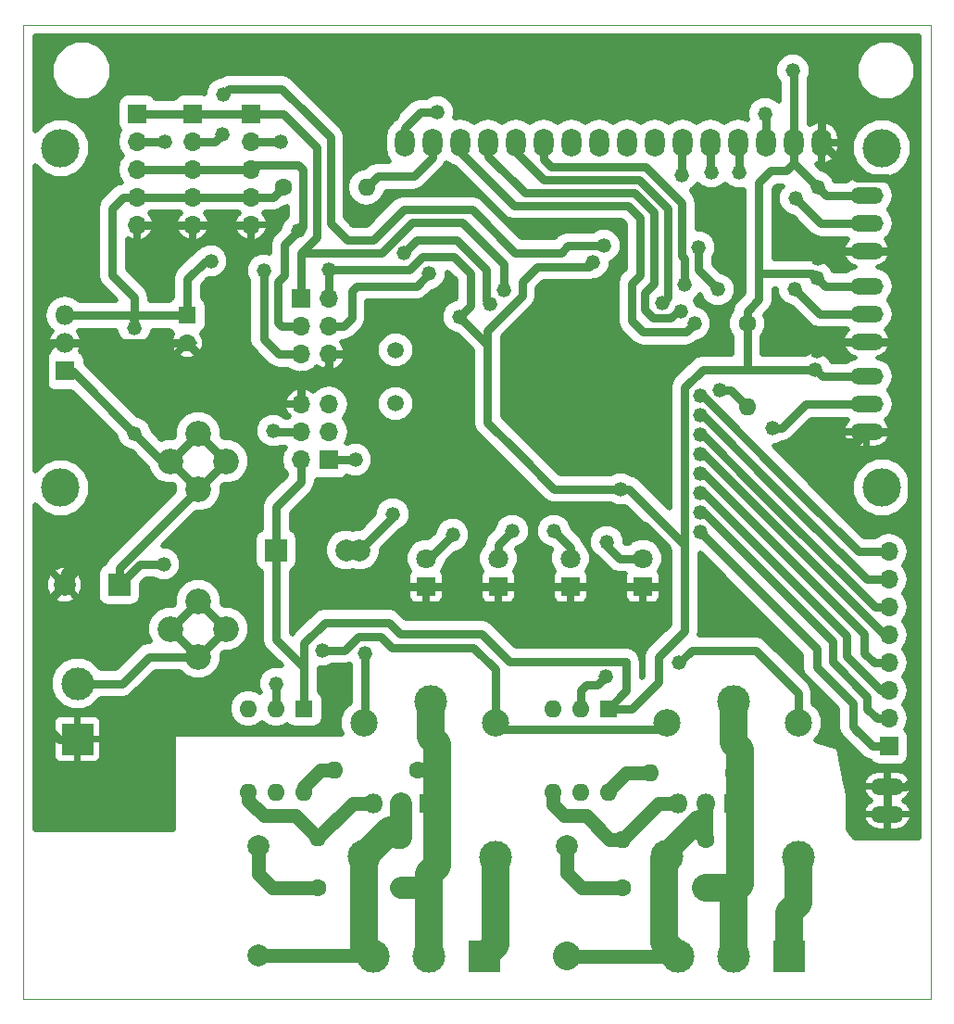
<source format=gbr>
G04 #@! TF.FileFunction,Copper,L2,Bot,Signal*
%FSLAX46Y46*%
G04 Gerber Fmt 4.6, Leading zero omitted, Abs format (unit mm)*
G04 Created by KiCad (PCBNEW 4.0.6-e0-6349~53~ubuntu16.04.1) date Mon Aug 21 02:22:22 2017*
%MOMM*%
%LPD*%
G01*
G04 APERTURE LIST*
%ADD10C,0.100000*%
%ADD11O,1.800000X2.600000*%
%ADD12C,3.500000*%
%ADD13C,2.000000*%
%ADD14R,2.000000X2.000000*%
%ADD15R,1.600000X1.600000*%
%ADD16C,1.600000*%
%ADD17R,1.800000X1.800000*%
%ADD18C,1.800000*%
%ADD19C,2.350000*%
%ADD20R,1.700000X1.700000*%
%ADD21O,1.700000X1.700000*%
%ADD22R,3.000000X3.000000*%
%ADD23C,3.000000*%
%ADD24O,3.010000X1.510000*%
%ADD25O,1.600000X1.600000*%
%ADD26C,2.500000*%
%ADD27O,1.800000X1.800000*%
%ADD28C,1.500000*%
%ADD29C,1.320800*%
%ADD30C,0.762000*%
%ADD31C,0.304800*%
%ADD32C,1.270000*%
%ADD33C,2.032000*%
%ADD34C,2.540000*%
%ADD35C,0.508000*%
G04 APERTURE END LIST*
D10*
X105664000Y-40894000D02*
X105664000Y-129921000D01*
X106934000Y-40894000D02*
X105664000Y-40894000D01*
X188595000Y-40894000D02*
X188595000Y-129921000D01*
X106934000Y-129921000D02*
X105664000Y-129921000D01*
X188595000Y-40894000D02*
X106934000Y-40894000D01*
X106934000Y-129921000D02*
X188595000Y-129921000D01*
D11*
X178650000Y-51675000D03*
X176110000Y-51675000D03*
X173570000Y-51675000D03*
X171030000Y-51675000D03*
X168490000Y-51675000D03*
X165950000Y-51675000D03*
X163410000Y-51675000D03*
X160870000Y-51675000D03*
X158330000Y-51675000D03*
X155790000Y-51675000D03*
X153250000Y-51675000D03*
X150710000Y-51675000D03*
X148170000Y-51675000D03*
X145630000Y-51675000D03*
X143090000Y-51675000D03*
X140550000Y-51675000D03*
D12*
X184150000Y-83185000D03*
X184150000Y-52185000D03*
X109050000Y-52185000D03*
X109050000Y-83205320D03*
D13*
X135178000Y-88900000D03*
D14*
X128778000Y-88900000D03*
D13*
X136398000Y-88900000D03*
D14*
X114427000Y-92075000D03*
D13*
X109427000Y-92075000D03*
D15*
X120650000Y-67437000D03*
D16*
X120650000Y-69937000D03*
D13*
X155321000Y-115951000D03*
X155321000Y-125951000D03*
X127127000Y-115951000D03*
X127127000Y-125951000D03*
D17*
X142494000Y-92202000D03*
D18*
X142494000Y-89662000D03*
D17*
X162306000Y-92202000D03*
D18*
X162306000Y-89662000D03*
D19*
X121666000Y-93552000D03*
X121666000Y-98632000D03*
X121666000Y-83312000D03*
X121666000Y-78232000D03*
X124206000Y-96092000D03*
X119126000Y-96092000D03*
X124206000Y-80772000D03*
X119126000Y-80772000D03*
D20*
X184785000Y-106807000D03*
D21*
X184785000Y-104267000D03*
X184785000Y-101727000D03*
X184785000Y-99187000D03*
X184785000Y-96647000D03*
X184785000Y-94107000D03*
X184785000Y-91567000D03*
X184785000Y-89027000D03*
D20*
X131064000Y-65913000D03*
D21*
X133604000Y-65913000D03*
X131064000Y-68453000D03*
X133604000Y-68453000D03*
X131064000Y-70993000D03*
X133604000Y-70993000D03*
D22*
X110617000Y-106172000D03*
D23*
X110617000Y-101092000D03*
D24*
X184658000Y-113030000D03*
X184658000Y-110490000D03*
X182753000Y-61595000D03*
X182753000Y-59055000D03*
X182753000Y-56515000D03*
X182753000Y-69850000D03*
X182753000Y-67310000D03*
X182753000Y-64770000D03*
X182753000Y-78105000D03*
X182753000Y-75565000D03*
X182753000Y-73025000D03*
D20*
X116078000Y-49022000D03*
D21*
X116078000Y-51562000D03*
X116078000Y-54102000D03*
X116078000Y-56642000D03*
X116078000Y-59182000D03*
D20*
X121158000Y-49022000D03*
D21*
X121158000Y-51562000D03*
X121158000Y-54102000D03*
X121158000Y-56642000D03*
X121158000Y-59182000D03*
D20*
X126492000Y-49022000D03*
D21*
X126492000Y-51562000D03*
X126492000Y-54102000D03*
X126492000Y-56642000D03*
X126492000Y-59182000D03*
D22*
X175641000Y-125984000D03*
D23*
X170561000Y-125984000D03*
X165481000Y-125984000D03*
D22*
X147828000Y-125984000D03*
D23*
X142748000Y-125984000D03*
X137668000Y-125984000D03*
D16*
X171831000Y-68199000D03*
D25*
X171831000Y-75819000D03*
D16*
X129413000Y-55753000D03*
D25*
X137033000Y-55753000D03*
D16*
X170561000Y-109220000D03*
D25*
X162941000Y-109220000D03*
D16*
X168021000Y-115316000D03*
D25*
X160401000Y-115316000D03*
D16*
X141732000Y-108966000D03*
D25*
X134112000Y-108966000D03*
D16*
X140208000Y-115189000D03*
D25*
X132588000Y-115189000D03*
D16*
X160401000Y-119761000D03*
D25*
X168021000Y-119761000D03*
D16*
X132588000Y-119761000D03*
D25*
X140208000Y-119761000D03*
D26*
X136825000Y-104693000D03*
D23*
X136825000Y-116893000D03*
X148875000Y-116943000D03*
D26*
X148825000Y-104693000D03*
D23*
X142875000Y-102743000D03*
D26*
X164511000Y-104693000D03*
D23*
X164511000Y-116893000D03*
X176561000Y-116943000D03*
D26*
X176511000Y-104693000D03*
D23*
X170561000Y-102743000D03*
D17*
X109474000Y-72517000D03*
D27*
X109474000Y-69977000D03*
X109474000Y-67437000D03*
D28*
X139700000Y-70612000D03*
X139700000Y-75512000D03*
D17*
X149098000Y-92202000D03*
D18*
X149098000Y-89662000D03*
D17*
X155702000Y-92202000D03*
D18*
X155702000Y-89662000D03*
D20*
X133604000Y-80645000D03*
D21*
X131064000Y-80645000D03*
X133604000Y-78105000D03*
X131064000Y-78105000D03*
X133604000Y-75565000D03*
X131064000Y-75565000D03*
D17*
X170561000Y-112014000D03*
D27*
X168021000Y-112014000D03*
X165481000Y-112014000D03*
D17*
X142748000Y-112014000D03*
D27*
X140208000Y-112014000D03*
X137668000Y-112014000D03*
D15*
X159131000Y-103378000D03*
D25*
X154051000Y-110998000D03*
X156591000Y-103378000D03*
X156591000Y-110998000D03*
X154051000Y-103378000D03*
X159131000Y-110998000D03*
D15*
X131318000Y-103378000D03*
D25*
X126238000Y-110998000D03*
X128778000Y-103378000D03*
X128778000Y-110998000D03*
X126238000Y-103378000D03*
X131318000Y-110998000D03*
D29*
X132969000Y-98044000D03*
X118491000Y-90170000D03*
X115824000Y-78232000D03*
X139446000Y-49149000D03*
X160655000Y-86614000D03*
X178181000Y-70739000D03*
X145034000Y-76200000D03*
X142494000Y-67437000D03*
X136144000Y-70993000D03*
X178308000Y-49022000D03*
X115824000Y-71120000D03*
X139827000Y-82296000D03*
X178308000Y-62230000D03*
X178181000Y-78994000D03*
X115189000Y-85217000D03*
X146050000Y-93345000D03*
X158750000Y-92964000D03*
X157734000Y-62611000D03*
X122809000Y-62484000D03*
X133604000Y-63246000D03*
X160274000Y-83312000D03*
X176022000Y-45085000D03*
X145542000Y-67564000D03*
X115824000Y-68580000D03*
X178308000Y-55753000D03*
X178181000Y-64008000D03*
X178054000Y-72390000D03*
X149606000Y-65151000D03*
X130810000Y-59753500D03*
X140462000Y-61722000D03*
X148336000Y-66421000D03*
X142748000Y-63627000D03*
X127635000Y-63373000D03*
X136017000Y-80645000D03*
X128524000Y-77978000D03*
X167386000Y-61214000D03*
X169164000Y-65087500D03*
X139446000Y-85598000D03*
X169291000Y-74295000D03*
X118618000Y-51562000D03*
X144907000Y-87503000D03*
X159004000Y-88138000D03*
X136906000Y-98298000D03*
X165608000Y-99187000D03*
X143510000Y-48895000D03*
X173482000Y-49022000D03*
X171069000Y-54356000D03*
X168529000Y-54356000D03*
X165862000Y-54610000D03*
X166116000Y-64643000D03*
X164084000Y-66294000D03*
X165735000Y-67056000D03*
X167005000Y-68199000D03*
X167513000Y-87249000D03*
X167513000Y-85471000D03*
X167513000Y-83693000D03*
X167513000Y-81915000D03*
X167513000Y-80137000D03*
X167513000Y-78359000D03*
X167513000Y-76581000D03*
X167513000Y-74803000D03*
X176276000Y-56769000D03*
X176149000Y-65024000D03*
X174117000Y-77724000D03*
X158750000Y-61087000D03*
X123952000Y-47244000D03*
X123825000Y-50927000D03*
X129159000Y-51562000D03*
X128778000Y-101092000D03*
X158877000Y-100457000D03*
X150368000Y-87122000D03*
X154178000Y-87122000D03*
D30*
X132969000Y-98044000D02*
X135001000Y-98044000D01*
X146812000Y-97790000D02*
X148825000Y-99803000D01*
X139319000Y-97790000D02*
X146812000Y-97790000D01*
X138303000Y-96774000D02*
X139319000Y-97790000D01*
X136271000Y-96774000D02*
X138303000Y-96774000D01*
X135001000Y-98044000D02*
X136271000Y-96774000D01*
X124206000Y-80772000D02*
X121666000Y-78232000D01*
X121666000Y-83312000D02*
X124206000Y-80772000D01*
X119126000Y-80772000D02*
X121666000Y-83312000D01*
X115824000Y-78232000D02*
X118364000Y-80772000D01*
X118364000Y-80772000D02*
X119126000Y-80772000D01*
X119126000Y-80772000D02*
X121666000Y-78232000D01*
X109474000Y-72517000D02*
X110109000Y-72517000D01*
X110109000Y-72517000D02*
X115824000Y-78232000D01*
X114427000Y-92075000D02*
X114427000Y-90551000D01*
X114427000Y-90551000D02*
X121666000Y-83312000D01*
X118491000Y-90170000D02*
X116332000Y-90170000D01*
X116332000Y-90170000D02*
X114427000Y-92075000D01*
X148825000Y-104693000D02*
X148825000Y-99803000D01*
X164511000Y-104693000D02*
X163921000Y-105283000D01*
X163921000Y-105283000D02*
X149415000Y-105283000D01*
X149415000Y-105283000D02*
X148825000Y-104693000D01*
D31*
X110109000Y-72517000D02*
X115824000Y-78232000D01*
X114427000Y-92075000D02*
X116332000Y-90170000D01*
X119126000Y-80772000D02*
X118364000Y-80772000D01*
X163794000Y-105410000D02*
X164511000Y-104693000D01*
D30*
X136144000Y-70993000D02*
X136906000Y-70231000D01*
X137414000Y-70231000D02*
X139192000Y-68453000D01*
X136906000Y-70231000D02*
X137414000Y-70231000D01*
X142494000Y-67437000D02*
X141478000Y-68453000D01*
X141478000Y-68453000D02*
X139192000Y-68453000D01*
X182753000Y-78105000D02*
X181864000Y-78994000D01*
X181864000Y-78994000D02*
X178181000Y-78994000D01*
X162306000Y-92202000D02*
X163830000Y-92202000D01*
X163830000Y-92202000D02*
X164465000Y-91567000D01*
X164465000Y-91567000D02*
X164465000Y-88646000D01*
X164465000Y-88646000D02*
X162433000Y-86614000D01*
X162433000Y-86614000D02*
X160655000Y-86614000D01*
X158750000Y-92964000D02*
X158750000Y-92202000D01*
X146050000Y-93345000D02*
X146050000Y-92202000D01*
X155702000Y-92202000D02*
X158750000Y-92202000D01*
X158750000Y-92202000D02*
X162306000Y-92202000D01*
X149098000Y-92202000D02*
X155702000Y-92202000D01*
X142494000Y-92202000D02*
X146050000Y-92202000D01*
X146050000Y-92202000D02*
X149098000Y-92202000D01*
X139827000Y-82296000D02*
X136525000Y-82296000D01*
X132461000Y-86360000D02*
X132461000Y-90424000D01*
X136525000Y-82296000D02*
X132461000Y-86360000D01*
X132461000Y-90424000D02*
X134239000Y-92202000D01*
X134239000Y-92202000D02*
X142494000Y-92202000D01*
X121158000Y-59182000D02*
X116078000Y-59182000D01*
X126492000Y-59182000D02*
X121158000Y-59182000D01*
X115824000Y-71120000D02*
X115824000Y-70485000D01*
X115824000Y-70485000D02*
X115316000Y-69977000D01*
X109474000Y-69977000D02*
X115316000Y-69977000D01*
X115316000Y-69977000D02*
X120610000Y-69977000D01*
X120610000Y-69977000D02*
X120650000Y-69937000D01*
X131064000Y-72898000D02*
X131064000Y-75565000D01*
X133604000Y-70993000D02*
X133604000Y-72644000D01*
X123611000Y-72898000D02*
X120650000Y-69937000D01*
X133350000Y-72898000D02*
X131064000Y-72898000D01*
X131064000Y-72898000D02*
X123611000Y-72898000D01*
X133604000Y-72644000D02*
X133350000Y-72898000D01*
X142494000Y-67437000D02*
X142494000Y-73660000D01*
X142494000Y-73660000D02*
X145034000Y-76200000D01*
X133604000Y-70993000D02*
X136144000Y-70993000D01*
X178650000Y-51675000D02*
X178650000Y-49364000D01*
X178650000Y-49364000D02*
X178308000Y-49022000D01*
X182753000Y-61595000D02*
X186817000Y-61595000D01*
X186817000Y-61595000D02*
X186817000Y-61468000D01*
X182753000Y-69850000D02*
X186817000Y-69850000D01*
X182753000Y-78105000D02*
X186055000Y-78105000D01*
X186055000Y-78105000D02*
X186817000Y-77343000D01*
X184658000Y-110490000D02*
X184658000Y-113030000D01*
X178650000Y-51675000D02*
X181839000Y-54864000D01*
X181839000Y-54864000D02*
X184150000Y-54864000D01*
X184150000Y-54864000D02*
X184658000Y-54864000D01*
X184658000Y-54864000D02*
X186817000Y-57023000D01*
X186817000Y-57023000D02*
X186817000Y-61468000D01*
X186817000Y-61468000D02*
X186817000Y-69850000D01*
X186817000Y-69850000D02*
X186817000Y-77343000D01*
X187071000Y-86487000D02*
X187071000Y-109728000D01*
X186817000Y-77343000D02*
X186817000Y-86233000D01*
X186817000Y-86233000D02*
X187071000Y-86487000D01*
X187071000Y-109728000D02*
X186309000Y-110490000D01*
X186309000Y-110490000D02*
X184658000Y-110490000D01*
X182753000Y-61595000D02*
X178943000Y-61595000D01*
X178943000Y-61595000D02*
X178308000Y-62230000D01*
X178181000Y-70739000D02*
X179070000Y-69850000D01*
X179070000Y-69850000D02*
X182753000Y-69850000D01*
X115189000Y-85217000D02*
X115189000Y-83439000D01*
X115189000Y-83439000D02*
X107569000Y-75819000D01*
X107569000Y-75819000D02*
X107569000Y-70739000D01*
X107569000Y-70739000D02*
X108331000Y-69977000D01*
X108331000Y-69977000D02*
X109474000Y-69977000D01*
X109427000Y-92075000D02*
X109427000Y-90979000D01*
X109427000Y-90979000D02*
X115189000Y-85217000D01*
X110617000Y-106172000D02*
X108966000Y-106172000D01*
X107950000Y-93552000D02*
X109427000Y-92075000D01*
X107950000Y-105156000D02*
X107950000Y-93552000D01*
X108966000Y-106172000D02*
X107950000Y-105156000D01*
D31*
X145034000Y-76200000D02*
X142494000Y-73660000D01*
X178650000Y-49364000D02*
X178308000Y-49022000D01*
X131064000Y-72644000D02*
X131064000Y-72771000D01*
X131064000Y-72771000D02*
X131064000Y-72644000D01*
X115824000Y-71120000D02*
X115824000Y-69977000D01*
X115824000Y-69977000D02*
X115824000Y-70104000D01*
X115824000Y-70104000D02*
X115824000Y-69977000D01*
X109474000Y-69977000D02*
X115824000Y-69977000D01*
X115824000Y-69977000D02*
X120610000Y-69977000D01*
X120610000Y-69977000D02*
X120650000Y-69937000D01*
X142494000Y-92202000D02*
X134239000Y-92202000D01*
X134239000Y-92202000D02*
X132461000Y-90424000D01*
X184658000Y-110490000D02*
X186309000Y-110490000D01*
X186309000Y-110490000D02*
X187071000Y-109728000D01*
X178650000Y-52666000D02*
X178650000Y-51675000D01*
X178650000Y-51675000D02*
X178650000Y-50966000D01*
X178308000Y-62230000D02*
X178943000Y-61595000D01*
X179070000Y-69850000D02*
X182753000Y-69850000D01*
X120650000Y-69937000D02*
X121372000Y-69937000D01*
X133604000Y-71882000D02*
X133604000Y-70993000D01*
X132842000Y-72644000D02*
X133604000Y-71882000D01*
X131064000Y-72644000D02*
X132842000Y-72644000D01*
X115189000Y-85217000D02*
X109427000Y-90979000D01*
X162306000Y-92202000D02*
X159512000Y-92202000D01*
X159512000Y-92202000D02*
X158750000Y-92964000D01*
X157988000Y-92202000D02*
X155702000Y-92202000D01*
X158750000Y-92964000D02*
X157988000Y-92202000D01*
D30*
X171831000Y-68199000D02*
X171831000Y-72390000D01*
X171831000Y-72390000D02*
X171831000Y-72263000D01*
X171831000Y-72263000D02*
X171831000Y-72390000D01*
X178054000Y-72390000D02*
X171831000Y-72390000D01*
X171831000Y-72390000D02*
X167767000Y-72390000D01*
X167767000Y-72390000D02*
X167767000Y-72517000D01*
X167767000Y-72517000D02*
X167767000Y-72390000D01*
X176110000Y-51675000D02*
X176110000Y-53555000D01*
X176110000Y-53555000D02*
X175436000Y-54229000D01*
X175436000Y-54229000D02*
X173990000Y-54229000D01*
X178181000Y-64008000D02*
X177800000Y-63627000D01*
X177800000Y-63627000D02*
X172910500Y-63627000D01*
X176110000Y-51675000D02*
X176110000Y-52109000D01*
X173990000Y-54229000D02*
X172910500Y-55308500D01*
X172910500Y-55308500D02*
X172910500Y-63627000D01*
X172910500Y-63627000D02*
X172910500Y-65976500D01*
X166116000Y-92329000D02*
X166116000Y-96266000D01*
X161290000Y-103378000D02*
X159131000Y-103378000D01*
X163703000Y-100965000D02*
X161290000Y-103378000D01*
X163703000Y-98679000D02*
X163703000Y-100965000D01*
X166116000Y-96266000D02*
X163703000Y-98679000D01*
X131318000Y-101092000D02*
X131318000Y-97409000D01*
X150114000Y-99060000D02*
X160020000Y-99060000D01*
X160020000Y-99060000D02*
X160782000Y-99060000D01*
X147574000Y-96520000D02*
X150114000Y-99060000D01*
X140081000Y-96520000D02*
X147574000Y-96520000D01*
X139065000Y-95504000D02*
X140081000Y-96520000D01*
X133223000Y-95504000D02*
X139065000Y-95504000D01*
X131318000Y-97409000D02*
X133223000Y-95504000D01*
X157734000Y-62611000D02*
X157353000Y-62992000D01*
X148082000Y-68834000D02*
X148082000Y-69850000D01*
X151257000Y-65659000D02*
X148082000Y-68834000D01*
X151257000Y-64389000D02*
X151257000Y-65659000D01*
X152654000Y-62992000D02*
X151257000Y-64389000D01*
X157353000Y-62992000D02*
X152654000Y-62992000D01*
X166116000Y-89154000D02*
X166116000Y-74041000D01*
X166116000Y-74041000D02*
X167767000Y-72390000D01*
X171831000Y-68326000D02*
X171831000Y-68199000D01*
X148082000Y-69850000D02*
X148082000Y-70104000D01*
X171831000Y-67056000D02*
X171831000Y-68199000D01*
X172910500Y-65976500D02*
X171831000Y-67056000D01*
X135763000Y-63246000D02*
X140970000Y-63246000D01*
X140970000Y-63246000D02*
X142113000Y-62103000D01*
X142113000Y-62103000D02*
X145034000Y-62103000D01*
X146558000Y-66548000D02*
X145542000Y-67564000D01*
X146558000Y-63627000D02*
X146558000Y-66548000D01*
X145034000Y-62103000D02*
X146558000Y-63627000D01*
X126492000Y-56642000D02*
X128524000Y-56642000D01*
X128524000Y-56642000D02*
X129413000Y-55753000D01*
X133604000Y-63246000D02*
X135763000Y-63246000D01*
X120650000Y-67437000D02*
X120650000Y-64135000D01*
X122301000Y-62484000D02*
X122809000Y-62484000D01*
X120650000Y-64135000D02*
X122301000Y-62484000D01*
X160274000Y-83312000D02*
X154178000Y-83312000D01*
X148082000Y-77216000D02*
X148082000Y-70104000D01*
X150749000Y-79883000D02*
X148082000Y-77216000D01*
X154178000Y-83312000D02*
X150749000Y-79883000D01*
X160274000Y-83312000D02*
X161036000Y-83312000D01*
X176110000Y-45173000D02*
X176110000Y-51675000D01*
X176022000Y-45085000D02*
X176110000Y-45173000D01*
X131064000Y-80645000D02*
X131064000Y-82677000D01*
X128778000Y-84963000D02*
X128778000Y-88900000D01*
X131064000Y-82677000D02*
X128778000Y-84963000D01*
X116078000Y-56642000D02*
X114808000Y-56642000D01*
X115824000Y-65786000D02*
X115824000Y-68580000D01*
X113792000Y-63754000D02*
X115824000Y-65786000D01*
X113792000Y-57658000D02*
X113792000Y-63754000D01*
X114808000Y-56642000D02*
X113792000Y-57658000D01*
X121158000Y-56642000D02*
X116078000Y-56642000D01*
X126492000Y-56642000D02*
X121158000Y-56642000D01*
X115824000Y-68580000D02*
X115824000Y-67437000D01*
X115824000Y-67437000D02*
X115697000Y-67564000D01*
X115697000Y-67818000D02*
X115697000Y-67437000D01*
X115697000Y-67564000D02*
X115697000Y-67818000D01*
X109474000Y-67437000D02*
X115697000Y-67437000D01*
X115697000Y-67437000D02*
X120650000Y-67437000D01*
X133604000Y-63246000D02*
X133604000Y-65913000D01*
X178308000Y-55753000D02*
X176466500Y-53911500D01*
X176466500Y-53911500D02*
X176110000Y-53555000D01*
X182753000Y-56515000D02*
X179070000Y-56515000D01*
X179070000Y-56515000D02*
X178308000Y-55753000D01*
X171831000Y-68199000D02*
X171831000Y-68580000D01*
X182753000Y-64770000D02*
X178943000Y-64770000D01*
X178943000Y-64770000D02*
X178181000Y-64008000D01*
X182753000Y-73025000D02*
X178689000Y-73025000D01*
X178689000Y-73025000D02*
X178054000Y-72390000D01*
X148082000Y-70104000D02*
X145542000Y-67564000D01*
X166116000Y-88392000D02*
X161036000Y-83312000D01*
X166116000Y-92329000D02*
X166116000Y-89154000D01*
X166116000Y-89154000D02*
X166116000Y-88392000D01*
X160782000Y-99060000D02*
X160782000Y-101727000D01*
X160782000Y-101727000D02*
X159131000Y-103378000D01*
X131318000Y-103378000D02*
X131318000Y-101092000D01*
X131318000Y-101092000D02*
X131318000Y-99568000D01*
X131318000Y-99568000D02*
X128778000Y-97028000D01*
X128778000Y-97028000D02*
X128778000Y-88900000D01*
D31*
X115824000Y-67437000D02*
X115824000Y-67564000D01*
X115824000Y-67564000D02*
X115824000Y-67437000D01*
X109474000Y-67437000D02*
X115824000Y-67437000D01*
X115824000Y-67437000D02*
X120650000Y-67437000D01*
X178308000Y-55753000D02*
X178308000Y-55499000D01*
X178308000Y-55499000D02*
X177927000Y-55118000D01*
X176110000Y-53301000D02*
X176110000Y-51675000D01*
X177927000Y-55118000D02*
X176110000Y-53301000D01*
X159131000Y-103378000D02*
X159385000Y-103378000D01*
X128778000Y-97028000D02*
X128778000Y-96520000D01*
X128778000Y-96520000D02*
X128778000Y-95504000D01*
X128778000Y-95504000D02*
X128778000Y-88900000D01*
X131318000Y-99568000D02*
X128778000Y-97028000D01*
X178308000Y-55753000D02*
X179070000Y-56515000D01*
X178943000Y-64770000D02*
X178181000Y-64008000D01*
X178689000Y-73025000D02*
X178054000Y-72390000D01*
X120396000Y-67691000D02*
X120650000Y-67437000D01*
D30*
X132461000Y-57340500D02*
X132461000Y-60325000D01*
X132461000Y-60325000D02*
X131064000Y-61722000D01*
X135890000Y-61722000D02*
X131064000Y-61722000D01*
X149606000Y-62738000D02*
X149606000Y-65151000D01*
X144018000Y-58928000D02*
X145796000Y-58928000D01*
X145796000Y-58928000D02*
X149606000Y-62738000D01*
X138430000Y-61722000D02*
X141224000Y-58928000D01*
X141224000Y-58928000D02*
X144018000Y-58928000D01*
X135890000Y-61722000D02*
X138430000Y-61722000D01*
X132461000Y-55880000D02*
X132461000Y-52070000D01*
X132461000Y-52070000D02*
X130683000Y-50292000D01*
X131064000Y-65913000D02*
X131064000Y-61722000D01*
X130683000Y-50292000D02*
X129413000Y-49022000D01*
X129413000Y-49022000D02*
X126492000Y-49022000D01*
X132461000Y-57340500D02*
X132461000Y-55880000D01*
X121158000Y-49022000D02*
X116078000Y-49022000D01*
X126492000Y-49022000D02*
X121158000Y-49022000D01*
D31*
X125984000Y-49022000D02*
X126492000Y-49022000D01*
D30*
X130810000Y-59753500D02*
X129540000Y-61023500D01*
X129540000Y-61023500D02*
X129540000Y-63754000D01*
X131191000Y-56642000D02*
X131191000Y-59372500D01*
X131191000Y-59372500D02*
X130810000Y-59753500D01*
X144272000Y-60579000D02*
X141605000Y-60579000D01*
X141605000Y-60579000D02*
X140462000Y-61722000D01*
X140462000Y-61722000D02*
X141605000Y-60579000D01*
X145288000Y-60579000D02*
X147955000Y-63246000D01*
X144272000Y-60579000D02*
X145288000Y-60579000D01*
X147955000Y-66040000D02*
X148336000Y-66421000D01*
X147955000Y-63246000D02*
X147955000Y-66040000D01*
X129159000Y-53721000D02*
X126873000Y-53721000D01*
X126873000Y-53721000D02*
X126492000Y-54102000D01*
X131191000Y-56642000D02*
X131191000Y-54102000D01*
X130810000Y-53721000D02*
X129159000Y-53721000D01*
X131191000Y-54102000D02*
X130810000Y-53721000D01*
X128905000Y-68072000D02*
X129286000Y-68453000D01*
X129540000Y-63754000D02*
X128905000Y-64389000D01*
X129286000Y-68453000D02*
X131064000Y-68453000D01*
X128905000Y-64389000D02*
X128905000Y-68072000D01*
X121158000Y-54102000D02*
X116078000Y-54102000D01*
X126492000Y-54102000D02*
X121158000Y-54102000D01*
X139192000Y-64770000D02*
X136144000Y-64770000D01*
X134937500Y-68453000D02*
X133604000Y-68453000D01*
X135699500Y-67691000D02*
X134937500Y-68453000D01*
X135699500Y-65214500D02*
X135699500Y-67691000D01*
X136144000Y-64770000D02*
X135699500Y-65214500D01*
X139192000Y-64770000D02*
X141605000Y-64770000D01*
X141605000Y-64770000D02*
X142748000Y-63627000D01*
X133604000Y-68453000D02*
X134239000Y-68453000D01*
D31*
X133604000Y-68453000D02*
X134366000Y-68453000D01*
D30*
X127635000Y-66548000D02*
X127635000Y-63373000D01*
X131064000Y-70993000D02*
X129032000Y-70993000D01*
X127635000Y-69596000D02*
X127635000Y-66548000D01*
X129032000Y-70993000D02*
X127635000Y-69596000D01*
X133604000Y-80645000D02*
X136017000Y-80645000D01*
X131064000Y-78105000D02*
X128651000Y-78105000D01*
X128651000Y-78105000D02*
X128524000Y-77978000D01*
D31*
X128524000Y-77978000D02*
X128651000Y-78105000D01*
D30*
X169164000Y-65087500D02*
X167386000Y-63309500D01*
X167386000Y-63309500D02*
X167386000Y-61214000D01*
X136398000Y-88900000D02*
X139446000Y-85852000D01*
X139446000Y-85852000D02*
X139446000Y-85598000D01*
X135178000Y-88900000D02*
X136398000Y-88900000D01*
D31*
X139446000Y-85852000D02*
X139446000Y-85598000D01*
D30*
X169291000Y-74295000D02*
X170307000Y-74295000D01*
X170307000Y-74295000D02*
X171831000Y-75819000D01*
X116078000Y-51562000D02*
X118618000Y-51562000D01*
D32*
X160401000Y-119761000D02*
X156718000Y-119761000D01*
X155321000Y-118364000D02*
X155321000Y-115951000D01*
X156718000Y-119761000D02*
X155321000Y-118364000D01*
X168021000Y-112014000D02*
X168021000Y-115316000D01*
X164511000Y-116893000D02*
X164511000Y-116540000D01*
D33*
X164511000Y-116540000D02*
X167386000Y-113665000D01*
D32*
X167513000Y-113665000D02*
X167513000Y-114808000D01*
X167386000Y-113665000D02*
X167513000Y-113665000D01*
X167513000Y-114808000D02*
X168021000Y-115316000D01*
D34*
X165481000Y-125984000D02*
X164211000Y-124714000D01*
X164211000Y-124714000D02*
X164211000Y-117193000D01*
X164211000Y-117193000D02*
X164511000Y-116893000D01*
D32*
X165481000Y-125984000D02*
X155354000Y-125984000D01*
X155354000Y-125984000D02*
X155321000Y-125951000D01*
D34*
X155354000Y-125984000D02*
X155321000Y-125951000D01*
D33*
X164511000Y-116893000D02*
X164511000Y-125014000D01*
X164511000Y-125014000D02*
X165481000Y-125984000D01*
D31*
X164511000Y-116893000D02*
X164511000Y-116413000D01*
X155321000Y-125951000D02*
X165448000Y-125951000D01*
X165448000Y-125951000D02*
X165481000Y-125984000D01*
X164511000Y-125014000D02*
X165481000Y-125984000D01*
D32*
X132588000Y-119761000D02*
X128397000Y-119761000D01*
X127127000Y-118491000D02*
X127127000Y-115951000D01*
X128397000Y-119761000D02*
X127127000Y-118491000D01*
X137668000Y-125984000D02*
X137635000Y-125951000D01*
X137635000Y-125951000D02*
X127127000Y-125951000D01*
D33*
X140208000Y-112014000D02*
X140208000Y-115189000D01*
X140208000Y-115189000D02*
X139827000Y-115189000D01*
X139827000Y-115189000D02*
X139178000Y-114540000D01*
D34*
X139178000Y-114540000D02*
X136825000Y-116893000D01*
X137668000Y-125984000D02*
X136825000Y-125141000D01*
X136825000Y-125141000D02*
X136825000Y-116893000D01*
D31*
X137668000Y-125984000D02*
X127160000Y-125984000D01*
X127160000Y-125984000D02*
X127127000Y-125951000D01*
X137668000Y-125984000D02*
X136698000Y-125014000D01*
X136698000Y-125014000D02*
X136698000Y-116893000D01*
X136698000Y-116893000D02*
X137742000Y-116893000D01*
X137742000Y-116893000D02*
X139446000Y-115189000D01*
X139446000Y-115189000D02*
X140208000Y-115189000D01*
D30*
X144907000Y-87503000D02*
X142748000Y-89662000D01*
X142748000Y-89662000D02*
X142494000Y-89662000D01*
D31*
X142494000Y-89662000D02*
X142748000Y-89662000D01*
D30*
X162306000Y-89662000D02*
X160147000Y-89662000D01*
X160147000Y-89662000D02*
X159004000Y-88519000D01*
X159004000Y-88519000D02*
X159004000Y-88138000D01*
X136906000Y-98298000D02*
X136906000Y-104612000D01*
X136906000Y-104612000D02*
X136825000Y-104693000D01*
D31*
X136825000Y-104693000D02*
X136825000Y-98379000D01*
X136825000Y-98379000D02*
X136906000Y-98298000D01*
D30*
X176511000Y-104693000D02*
X176511000Y-101962000D01*
X176511000Y-101962000D02*
X172593000Y-98044000D01*
X172593000Y-98044000D02*
X166751000Y-98044000D01*
X166751000Y-98044000D02*
X165608000Y-99187000D01*
D34*
X170561000Y-102743000D02*
X170561000Y-106489500D01*
X170561000Y-106489500D02*
X171196000Y-107124500D01*
D32*
X170561000Y-109220000D02*
X171196000Y-109220000D01*
X171196000Y-109220000D02*
X171450000Y-109220000D01*
X171450000Y-109220000D02*
X171196000Y-109220000D01*
D34*
X168021000Y-119761000D02*
X170307000Y-119761000D01*
X170307000Y-119761000D02*
X170561000Y-120015000D01*
X170561000Y-125984000D02*
X170561000Y-120015000D01*
X171196000Y-119380000D02*
X171196000Y-109220000D01*
X170561000Y-120015000D02*
X171196000Y-119380000D01*
X171196000Y-109220000D02*
X171196000Y-107124500D01*
D31*
X170561000Y-109220000D02*
X170561000Y-112014000D01*
X170561000Y-102743000D02*
X170561000Y-109220000D01*
X170561000Y-125984000D02*
X170561000Y-118872000D01*
X168021000Y-119761000D02*
X169672000Y-119761000D01*
X170561000Y-118872000D02*
X170561000Y-112014000D01*
X169672000Y-119761000D02*
X170561000Y-118872000D01*
D32*
X154051000Y-110998000D02*
X154051000Y-112141000D01*
X159258000Y-115316000D02*
X160401000Y-115316000D01*
X157099000Y-113157000D02*
X159258000Y-115316000D01*
X155067000Y-113157000D02*
X157099000Y-113157000D01*
X154051000Y-112141000D02*
X155067000Y-113157000D01*
X160401000Y-115316000D02*
X160020000Y-115316000D01*
X165481000Y-112014000D02*
X163703000Y-112014000D01*
X163703000Y-112014000D02*
X160401000Y-115316000D01*
D31*
X165481000Y-112014000D02*
X163576000Y-112014000D01*
X163576000Y-112014000D02*
X160401000Y-115189000D01*
X160401000Y-115189000D02*
X160401000Y-115316000D01*
D33*
X140208000Y-119761000D02*
X142748000Y-119761000D01*
X142621000Y-119888000D02*
X142748000Y-119888000D01*
X142748000Y-119761000D02*
X142621000Y-119888000D01*
D34*
X142748000Y-125984000D02*
X142748000Y-119888000D01*
X142748000Y-119888000D02*
X142748000Y-118491000D01*
X142748000Y-118491000D02*
X143510000Y-117729000D01*
X143510000Y-108013500D02*
X143510000Y-117729000D01*
X142875000Y-102743000D02*
X142875000Y-105981500D01*
X142875000Y-105981500D02*
X143510000Y-106616500D01*
D30*
X143129000Y-108966000D02*
X143129000Y-111633000D01*
X143129000Y-111633000D02*
X142748000Y-112014000D01*
X141732000Y-108966000D02*
X143510000Y-108966000D01*
X143510000Y-108966000D02*
X143129000Y-108966000D01*
X142748000Y-112014000D02*
X143510000Y-112014000D01*
X143510000Y-112014000D02*
X143637000Y-111887000D01*
X143637000Y-111887000D02*
X143764000Y-111887000D01*
X143764000Y-111887000D02*
X143510000Y-111887000D01*
D34*
X143510000Y-111887000D02*
X143510000Y-108013500D01*
X143510000Y-108013500D02*
X143510000Y-106616500D01*
D33*
X143129000Y-108966000D02*
X142875000Y-108966000D01*
X142875000Y-108966000D02*
X143129000Y-108966000D01*
D32*
X137668000Y-112014000D02*
X135763000Y-112014000D01*
X135763000Y-112014000D02*
X132588000Y-115189000D01*
X126238000Y-110998000D02*
X126238000Y-111760000D01*
X126238000Y-111760000D02*
X127635000Y-113157000D01*
X127635000Y-113157000D02*
X130556000Y-113157000D01*
X130556000Y-113157000D02*
X132588000Y-115189000D01*
D30*
X140550000Y-51675000D02*
X140550000Y-50331000D01*
X140550000Y-50331000D02*
X141986000Y-48895000D01*
X141986000Y-48895000D02*
X143510000Y-48895000D01*
D31*
X141986000Y-48895000D02*
X143510000Y-48895000D01*
X140550000Y-50331000D02*
X141986000Y-48895000D01*
D30*
X143090000Y-51675000D02*
X143090000Y-52998000D01*
X138049000Y-54737000D02*
X137033000Y-55753000D01*
X141351000Y-54737000D02*
X138049000Y-54737000D01*
X143090000Y-52998000D02*
X141351000Y-54737000D01*
D31*
X143129000Y-51636000D02*
X143090000Y-51675000D01*
D30*
X173570000Y-51675000D02*
X173570000Y-49110000D01*
X173570000Y-49110000D02*
X173482000Y-49022000D01*
D31*
X173570000Y-49110000D02*
X173482000Y-49022000D01*
D30*
X171069000Y-54356000D02*
X171069000Y-51714000D01*
X171069000Y-51714000D02*
X171030000Y-51675000D01*
X171069000Y-51714000D02*
X171030000Y-51675000D01*
X168490000Y-51675000D02*
X168490000Y-54317000D01*
X168490000Y-54317000D02*
X168529000Y-54356000D01*
X168402000Y-51763000D02*
X168490000Y-51675000D01*
X165862000Y-54610000D02*
X165862000Y-53721000D01*
X165862000Y-53721000D02*
X165862000Y-51763000D01*
X165862000Y-51763000D02*
X165950000Y-51675000D01*
D31*
X165950000Y-54522000D02*
X165950000Y-51675000D01*
X165862000Y-54610000D02*
X165950000Y-54522000D01*
D30*
X166116000Y-64643000D02*
X166116000Y-62230000D01*
X162560000Y-53848000D02*
X161290000Y-53848000D01*
X165862000Y-57150000D02*
X162560000Y-53848000D01*
X165862000Y-61976000D02*
X165862000Y-57150000D01*
X166116000Y-62230000D02*
X165862000Y-61976000D01*
X153250000Y-53174000D02*
X153250000Y-51675000D01*
X161290000Y-53848000D02*
X153924000Y-53848000D01*
X153924000Y-53848000D02*
X153250000Y-53174000D01*
D31*
X153250000Y-52158000D02*
X153250000Y-51675000D01*
D30*
X164084000Y-66294000D02*
X164592000Y-65786000D01*
X161975798Y-55041798D02*
X160705798Y-55041798D01*
X164592000Y-57658000D02*
X161975798Y-55041798D01*
X164592000Y-65786000D02*
X164592000Y-57658000D01*
X150710000Y-51675000D02*
X150710000Y-52539000D01*
X150710000Y-52539000D02*
X153212798Y-55041798D01*
X160705798Y-55041798D02*
X153212798Y-55041798D01*
X162433000Y-66929000D02*
X162433000Y-65405000D01*
X161544000Y-56261000D02*
X160020000Y-56261000D01*
X163322000Y-58039000D02*
X161544000Y-56261000D01*
X163322000Y-64516000D02*
X163322000Y-58039000D01*
X162433000Y-65405000D02*
X163322000Y-64516000D01*
X163195000Y-67691000D02*
X162433000Y-66929000D01*
X165735000Y-67056000D02*
X165481000Y-67056000D01*
X151511000Y-56261000D02*
X148170000Y-52920000D01*
X160020000Y-56261000D02*
X151511000Y-56261000D01*
X164846000Y-67691000D02*
X163195000Y-67691000D01*
X165481000Y-67056000D02*
X164846000Y-67691000D01*
X148170000Y-52920000D02*
X148170000Y-51675000D01*
X160909000Y-57404000D02*
X159385000Y-57404000D01*
X162052000Y-58547000D02*
X160909000Y-57404000D01*
X162052000Y-63754000D02*
X162052000Y-58547000D01*
X161290000Y-64516000D02*
X162052000Y-63754000D01*
X158242000Y-57404000D02*
X159385000Y-57404000D01*
X150495000Y-57404000D02*
X158242000Y-57404000D01*
X145630000Y-52539000D02*
X150495000Y-57404000D01*
X161290000Y-67945000D02*
X162306000Y-68961000D01*
X161290000Y-65151000D02*
X161290000Y-67945000D01*
X166243000Y-68961000D02*
X167005000Y-68199000D01*
X162306000Y-68961000D02*
X166243000Y-68961000D01*
X161290000Y-65151000D02*
X161290000Y-64516000D01*
X145630000Y-51675000D02*
X145630000Y-52539000D01*
X121666000Y-98632000D02*
X117141000Y-98632000D01*
X114681000Y-101092000D02*
X110617000Y-101092000D01*
X117141000Y-98632000D02*
X114681000Y-101092000D01*
X121666000Y-93552000D02*
X119126000Y-96092000D01*
X121666000Y-98632000D02*
X119126000Y-96092000D01*
X124206000Y-96092000D02*
X121666000Y-98632000D01*
X121666000Y-93552000D02*
X124206000Y-96092000D01*
X182530750Y-106076750D02*
X181483000Y-105029000D01*
X181483000Y-105029000D02*
X181483000Y-102870000D01*
X167513000Y-87249000D02*
X178181000Y-97917000D01*
X181483000Y-105029000D02*
X181800500Y-105346500D01*
X181483000Y-102870000D02*
X181483000Y-105029000D01*
X178181000Y-99568000D02*
X181483000Y-102870000D01*
X178181000Y-97917000D02*
X178181000Y-99568000D01*
X183261000Y-106807000D02*
X184785000Y-106807000D01*
X181800500Y-105346500D02*
X182530750Y-106076750D01*
X182530750Y-106076750D02*
X183261000Y-106807000D01*
X168719500Y-86296500D02*
X179641500Y-97218500D01*
X183705500Y-104267000D02*
X184785000Y-104267000D01*
X182816500Y-103378000D02*
X183705500Y-104267000D01*
X182816500Y-102298500D02*
X182816500Y-103378000D01*
X179641500Y-99123500D02*
X182816500Y-102298500D01*
X179641500Y-97218500D02*
X179641500Y-99123500D01*
X184150000Y-104267000D02*
X184785000Y-104267000D01*
X167513000Y-85471000D02*
X167894000Y-85471000D01*
X167894000Y-85471000D02*
X168719500Y-86296500D01*
X184404000Y-104267000D02*
X184785000Y-104267000D01*
X170148250Y-85947250D02*
X180911500Y-96710500D01*
X180911500Y-98615500D02*
X184023000Y-101727000D01*
X180911500Y-96710500D02*
X180911500Y-98615500D01*
X184023000Y-101727000D02*
X184785000Y-101727000D01*
X167513000Y-83693000D02*
X167894000Y-83693000D01*
X167894000Y-83693000D02*
X170148250Y-85947250D01*
X181514750Y-95535750D02*
X182562500Y-96583500D01*
X183451500Y-99187000D02*
X184785000Y-99187000D01*
X182562500Y-98298000D02*
X183451500Y-99187000D01*
X182562500Y-96583500D02*
X182562500Y-98298000D01*
X171132500Y-85153500D02*
X181514750Y-95535750D01*
X167513000Y-81915000D02*
X167894000Y-81915000D01*
X167894000Y-81915000D02*
X171132500Y-85153500D01*
X172688250Y-84931250D02*
X184404000Y-96647000D01*
X184404000Y-96647000D02*
X184785000Y-96647000D01*
X167513000Y-80137000D02*
X167894000Y-80137000D01*
X167894000Y-80137000D02*
X172688250Y-84931250D01*
X173069250Y-83661250D02*
X183515000Y-94107000D01*
X183515000Y-94107000D02*
X184785000Y-94107000D01*
X167513000Y-78359000D02*
X167767000Y-78359000D01*
X167767000Y-78359000D02*
X173069250Y-83661250D01*
X175514000Y-84328000D02*
X182753000Y-91567000D01*
X182753000Y-91567000D02*
X184785000Y-91567000D01*
X167513000Y-76581000D02*
X167767000Y-76581000D01*
X167767000Y-76581000D02*
X175514000Y-84328000D01*
X176466500Y-83502500D02*
X181991000Y-89027000D01*
X181991000Y-89027000D02*
X184785000Y-89027000D01*
X167513000Y-74803000D02*
X167767000Y-74803000D01*
X167767000Y-74803000D02*
X176466500Y-83502500D01*
X182753000Y-59055000D02*
X178562000Y-59055000D01*
X178562000Y-59055000D02*
X176276000Y-56769000D01*
D31*
X178562000Y-59055000D02*
X176276000Y-56769000D01*
D30*
X182753000Y-67310000D02*
X178435000Y-67310000D01*
X178435000Y-67310000D02*
X176149000Y-65024000D01*
D31*
X178435000Y-67310000D02*
X176149000Y-65024000D01*
D30*
X174117000Y-77724000D02*
X175006000Y-77724000D01*
X177165000Y-75565000D02*
X182753000Y-75565000D01*
X175006000Y-77724000D02*
X177165000Y-75565000D01*
X154813000Y-61722000D02*
X155448000Y-61087000D01*
X155448000Y-61087000D02*
X158750000Y-61087000D01*
X153924000Y-61722000D02*
X154813000Y-61722000D01*
X135255000Y-60579000D02*
X133731000Y-59055000D01*
X133731000Y-59055000D02*
X133731000Y-57658000D01*
X131953000Y-49403000D02*
X129286000Y-46736000D01*
X129286000Y-46736000D02*
X124460000Y-46736000D01*
X133731000Y-51181000D02*
X131953000Y-49403000D01*
X133731000Y-57658000D02*
X133731000Y-51181000D01*
X140462000Y-57785000D02*
X145161000Y-57785000D01*
X137668000Y-60579000D02*
X140462000Y-57785000D01*
X135255000Y-60579000D02*
X137668000Y-60579000D01*
X146685000Y-57785000D02*
X150622000Y-61722000D01*
X145161000Y-57785000D02*
X146685000Y-57785000D01*
X153162000Y-61722000D02*
X150622000Y-61722000D01*
X153162000Y-61722000D02*
X153924000Y-61722000D01*
X124460000Y-46736000D02*
X123952000Y-47244000D01*
X121158000Y-51562000D02*
X123190000Y-51562000D01*
X123190000Y-51562000D02*
X123825000Y-50927000D01*
X124460000Y-46736000D02*
X123952000Y-47244000D01*
D31*
X123825000Y-50927000D02*
X123190000Y-51562000D01*
D30*
X126492000Y-51562000D02*
X129159000Y-51562000D01*
D31*
X126492000Y-51562000D02*
X126492000Y-51562000D01*
X126492000Y-51562000D02*
X126746000Y-51816000D01*
D34*
X175641000Y-125984000D02*
X175641000Y-122047000D01*
X175641000Y-122047000D02*
X176561000Y-121127000D01*
X176561000Y-121127000D02*
X176561000Y-116943000D01*
X176561000Y-121127000D02*
X176561000Y-116943000D01*
X175641000Y-122047000D02*
X176561000Y-121127000D01*
D31*
X175641000Y-125984000D02*
X175641000Y-117863000D01*
X175641000Y-117863000D02*
X176561000Y-116943000D01*
D34*
X148875000Y-116943000D02*
X148875000Y-124937000D01*
X148875000Y-124937000D02*
X147828000Y-125984000D01*
D31*
X147828000Y-125984000D02*
X147828000Y-117863000D01*
X147828000Y-117863000D02*
X148748000Y-116943000D01*
D30*
X128778000Y-103378000D02*
X128778000Y-101092000D01*
X158877000Y-100457000D02*
X158115000Y-101219000D01*
X158115000Y-101219000D02*
X157099000Y-101219000D01*
X157099000Y-101219000D02*
X156591000Y-101727000D01*
X156591000Y-101727000D02*
X156591000Y-103378000D01*
D31*
X156591000Y-101727000D02*
X156591000Y-103378000D01*
X157099000Y-101219000D02*
X156591000Y-101727000D01*
X158115000Y-101219000D02*
X157099000Y-101219000D01*
D32*
X159131000Y-110998000D02*
X159131000Y-110871000D01*
X159131000Y-110871000D02*
X160782000Y-109220000D01*
X160782000Y-109220000D02*
X162941000Y-109220000D01*
D31*
X159131000Y-110998000D02*
X159131000Y-110617000D01*
D32*
X131318000Y-110998000D02*
X131318000Y-110490000D01*
X131318000Y-110490000D02*
X132842000Y-108966000D01*
X132842000Y-108966000D02*
X134112000Y-108966000D01*
D30*
X150368000Y-87122000D02*
X149098000Y-88392000D01*
X149098000Y-88392000D02*
X149098000Y-89662000D01*
D31*
X149098000Y-88392000D02*
X149098000Y-89662000D01*
X149098000Y-89662000D02*
X149225000Y-89662000D01*
D30*
X155702000Y-89662000D02*
X155702000Y-88646000D01*
X155702000Y-88646000D02*
X154178000Y-87122000D01*
D31*
X154178000Y-87122000D02*
X155702000Y-88646000D01*
D35*
G36*
X187529000Y-115189000D02*
X181726823Y-115189000D01*
X181102000Y-114460040D01*
X181102000Y-113329821D01*
X182420924Y-113329821D01*
X182482174Y-113551865D01*
X182790418Y-114057780D01*
X183268803Y-114407225D01*
X183844500Y-114547000D01*
X184594500Y-114547000D01*
X184594500Y-113093500D01*
X184721500Y-113093500D01*
X184721500Y-114547000D01*
X185471500Y-114547000D01*
X186047197Y-114407225D01*
X186525582Y-114057780D01*
X186833826Y-113551865D01*
X186895076Y-113329821D01*
X186732979Y-113093500D01*
X184721500Y-113093500D01*
X184594500Y-113093500D01*
X182583021Y-113093500D01*
X182420924Y-113329821D01*
X181102000Y-113329821D01*
X181102000Y-111506000D01*
X181097608Y-111458972D01*
X180971537Y-110789821D01*
X182420924Y-110789821D01*
X182482174Y-111011865D01*
X182790418Y-111517780D01*
X183122014Y-111760000D01*
X182790418Y-112002220D01*
X182482174Y-112508135D01*
X182420924Y-112730179D01*
X182583021Y-112966500D01*
X184594500Y-112966500D01*
X184594500Y-110553500D01*
X184721500Y-110553500D01*
X184721500Y-112966500D01*
X186732979Y-112966500D01*
X186895076Y-112730179D01*
X186833826Y-112508135D01*
X186525582Y-112002220D01*
X186193986Y-111760000D01*
X186525582Y-111517780D01*
X186833826Y-111011865D01*
X186895076Y-110789821D01*
X186732979Y-110553500D01*
X184721500Y-110553500D01*
X184594500Y-110553500D01*
X182583021Y-110553500D01*
X182420924Y-110789821D01*
X180971537Y-110789821D01*
X180858561Y-110190179D01*
X182420924Y-110190179D01*
X182583021Y-110426500D01*
X184594500Y-110426500D01*
X184594500Y-108973000D01*
X184721500Y-108973000D01*
X184721500Y-110426500D01*
X186732979Y-110426500D01*
X186895076Y-110190179D01*
X186833826Y-109968135D01*
X186525582Y-109462220D01*
X186047197Y-109112775D01*
X185471500Y-108973000D01*
X184721500Y-108973000D01*
X184594500Y-108973000D01*
X183844500Y-108973000D01*
X183268803Y-109112775D01*
X182790418Y-109462220D01*
X182482174Y-109968135D01*
X182420924Y-110190179D01*
X180858561Y-110190179D01*
X180272108Y-107077472D01*
X180234146Y-106984066D01*
X180162835Y-106912788D01*
X180098656Y-106882186D01*
X178141560Y-106267099D01*
X178430902Y-105978262D01*
X178776606Y-105145713D01*
X178777393Y-104244242D01*
X178433142Y-103411091D01*
X177908000Y-102885031D01*
X177908000Y-101962000D01*
X177801660Y-101427391D01*
X177498828Y-100974172D01*
X173580828Y-97056172D01*
X173127609Y-96753340D01*
X172593000Y-96647000D01*
X167437215Y-96647000D01*
X167513000Y-96266000D01*
X167513000Y-89224656D01*
X176784000Y-98495656D01*
X176784000Y-99568000D01*
X176890340Y-100102609D01*
X177193172Y-100555828D01*
X180086000Y-103448656D01*
X180086000Y-105029000D01*
X180192340Y-105563609D01*
X180495172Y-106016828D01*
X182273172Y-107794828D01*
X182726391Y-108097660D01*
X183053031Y-108162632D01*
X183192456Y-108379306D01*
X183531975Y-108611289D01*
X183935000Y-108692904D01*
X185635000Y-108692904D01*
X186011507Y-108622059D01*
X186357306Y-108399544D01*
X186589289Y-108060025D01*
X186670904Y-107657000D01*
X186670904Y-105957000D01*
X186600059Y-105580493D01*
X186377544Y-105234694D01*
X186376526Y-105233998D01*
X186545516Y-104981087D01*
X186687557Y-104267000D01*
X186545516Y-103552913D01*
X186174067Y-102997000D01*
X186545516Y-102441087D01*
X186687557Y-101727000D01*
X186545516Y-101012913D01*
X186174067Y-100457000D01*
X186545516Y-99901087D01*
X186687557Y-99187000D01*
X186545516Y-98472913D01*
X186174067Y-97917000D01*
X186545516Y-97361087D01*
X186687557Y-96647000D01*
X186545516Y-95932913D01*
X186174067Y-95377000D01*
X186545516Y-94821087D01*
X186687557Y-94107000D01*
X186545516Y-93392913D01*
X186174067Y-92837000D01*
X186545516Y-92281087D01*
X186687557Y-91567000D01*
X186545516Y-90852913D01*
X186174067Y-90297000D01*
X186545516Y-89741087D01*
X186687557Y-89027000D01*
X186545516Y-88312913D01*
X186141018Y-87707539D01*
X185535644Y-87303041D01*
X184821557Y-87161000D01*
X184748443Y-87161000D01*
X184034356Y-87303041D01*
X183545027Y-87630000D01*
X182569656Y-87630000D01*
X178672434Y-83732778D01*
X181383521Y-83732778D01*
X181803732Y-84749766D01*
X182581141Y-85528533D01*
X183597395Y-85950519D01*
X184697778Y-85951479D01*
X185714766Y-85531268D01*
X186493533Y-84753859D01*
X186915519Y-83737605D01*
X186916479Y-82637222D01*
X186496268Y-81620234D01*
X185718859Y-80841467D01*
X184702605Y-80419481D01*
X183602222Y-80418521D01*
X182585234Y-80838732D01*
X181806467Y-81616141D01*
X181384481Y-82632395D01*
X181383521Y-83732778D01*
X178672434Y-83732778D01*
X174340252Y-79400596D01*
X174448994Y-79400691D01*
X175065364Y-79146012D01*
X175111427Y-79100029D01*
X175540609Y-79014660D01*
X175993828Y-78711828D01*
X176300835Y-78404821D01*
X180515924Y-78404821D01*
X180577174Y-78626865D01*
X180885418Y-79132780D01*
X181363803Y-79482225D01*
X181939500Y-79622000D01*
X182689500Y-79622000D01*
X182689500Y-78168500D01*
X182816500Y-78168500D01*
X182816500Y-79622000D01*
X183566500Y-79622000D01*
X184142197Y-79482225D01*
X184620582Y-79132780D01*
X184928826Y-78626865D01*
X184990076Y-78404821D01*
X184827979Y-78168500D01*
X182816500Y-78168500D01*
X182689500Y-78168500D01*
X180678021Y-78168500D01*
X180515924Y-78404821D01*
X176300835Y-78404821D01*
X177743656Y-76962000D01*
X180917905Y-76962000D01*
X180983318Y-77005708D01*
X180885418Y-77077220D01*
X180577174Y-77583135D01*
X180515924Y-77805179D01*
X180678021Y-78041500D01*
X182689500Y-78041500D01*
X182689500Y-78021500D01*
X182816500Y-78021500D01*
X182816500Y-78041500D01*
X184827979Y-78041500D01*
X184990076Y-77805179D01*
X184928826Y-77583135D01*
X184620582Y-77077220D01*
X184522682Y-77005708D01*
X184804675Y-76817286D01*
X185188580Y-76242732D01*
X185323389Y-75565000D01*
X185188580Y-74887268D01*
X184804675Y-74312714D01*
X184778164Y-74295000D01*
X184804675Y-74277286D01*
X185188580Y-73702732D01*
X185323389Y-73025000D01*
X185188580Y-72347268D01*
X184804675Y-71772714D01*
X184230121Y-71388809D01*
X183815973Y-71306430D01*
X184142197Y-71227225D01*
X184620582Y-70877780D01*
X184928826Y-70371865D01*
X184990076Y-70149821D01*
X184827979Y-69913500D01*
X182816500Y-69913500D01*
X182816500Y-69933500D01*
X182689500Y-69933500D01*
X182689500Y-69913500D01*
X180678021Y-69913500D01*
X180515924Y-70149821D01*
X180577174Y-70371865D01*
X180885418Y-70877780D01*
X181363803Y-71227225D01*
X181690027Y-71306430D01*
X181275879Y-71388809D01*
X180917905Y-71628000D01*
X179553016Y-71628000D01*
X179476012Y-71441636D01*
X179004844Y-70969646D01*
X178388920Y-70713891D01*
X177722006Y-70713309D01*
X177105636Y-70967988D01*
X177080580Y-70993000D01*
X173228000Y-70993000D01*
X173228000Y-69370411D01*
X173369633Y-69229025D01*
X173646685Y-68561810D01*
X173647315Y-67839360D01*
X173464863Y-67397793D01*
X173898328Y-66964328D01*
X174024572Y-66775391D01*
X174201160Y-66511109D01*
X174307500Y-65976500D01*
X174307500Y-65024000D01*
X174472599Y-65024000D01*
X174472309Y-65355994D01*
X174726988Y-65972364D01*
X175198156Y-66444354D01*
X175814080Y-66700109D01*
X175849484Y-66700140D01*
X177447172Y-68297828D01*
X177900391Y-68600660D01*
X178435000Y-68707000D01*
X180917905Y-68707000D01*
X180983318Y-68750708D01*
X180885418Y-68822220D01*
X180577174Y-69328135D01*
X180515924Y-69550179D01*
X180678021Y-69786500D01*
X182689500Y-69786500D01*
X182689500Y-69766500D01*
X182816500Y-69766500D01*
X182816500Y-69786500D01*
X184827979Y-69786500D01*
X184990076Y-69550179D01*
X184928826Y-69328135D01*
X184620582Y-68822220D01*
X184522682Y-68750708D01*
X184804675Y-68562286D01*
X185188580Y-67987732D01*
X185323389Y-67310000D01*
X185188580Y-66632268D01*
X184804675Y-66057714D01*
X184778164Y-66040000D01*
X184804675Y-66022286D01*
X185188580Y-65447732D01*
X185323389Y-64770000D01*
X185188580Y-64092268D01*
X184804675Y-63517714D01*
X184230121Y-63133809D01*
X183815973Y-63051430D01*
X184142197Y-62972225D01*
X184620582Y-62622780D01*
X184928826Y-62116865D01*
X184990076Y-61894821D01*
X184827979Y-61658500D01*
X182816500Y-61658500D01*
X182816500Y-61678500D01*
X182689500Y-61678500D01*
X182689500Y-61658500D01*
X180678021Y-61658500D01*
X180515924Y-61894821D01*
X180577174Y-62116865D01*
X180885418Y-62622780D01*
X181363803Y-62972225D01*
X181690027Y-63051430D01*
X181275879Y-63133809D01*
X180917905Y-63373000D01*
X179732491Y-63373000D01*
X179603012Y-63059636D01*
X179131844Y-62587646D01*
X178515920Y-62331891D01*
X178311345Y-62331712D01*
X177800000Y-62230000D01*
X174307500Y-62230000D01*
X174307500Y-55887156D01*
X174568656Y-55626000D01*
X175048137Y-55626000D01*
X174855646Y-55818156D01*
X174599891Y-56434080D01*
X174599309Y-57100994D01*
X174853988Y-57717364D01*
X175325156Y-58189354D01*
X175941080Y-58445109D01*
X175976484Y-58445140D01*
X177574172Y-60042828D01*
X178027391Y-60345660D01*
X178562000Y-60452000D01*
X180917905Y-60452000D01*
X180983318Y-60495708D01*
X180885418Y-60567220D01*
X180577174Y-61073135D01*
X180515924Y-61295179D01*
X180678021Y-61531500D01*
X182689500Y-61531500D01*
X182689500Y-61511500D01*
X182816500Y-61511500D01*
X182816500Y-61531500D01*
X184827979Y-61531500D01*
X184990076Y-61295179D01*
X184928826Y-61073135D01*
X184620582Y-60567220D01*
X184522682Y-60495708D01*
X184804675Y-60307286D01*
X185188580Y-59732732D01*
X185323389Y-59055000D01*
X185188580Y-58377268D01*
X184804675Y-57802714D01*
X184778164Y-57785000D01*
X184804675Y-57767286D01*
X185188580Y-57192732D01*
X185323389Y-56515000D01*
X185188580Y-55837268D01*
X184804675Y-55262714D01*
X184338410Y-54951165D01*
X184697778Y-54951479D01*
X185714766Y-54531268D01*
X186493533Y-53753859D01*
X186915519Y-52737605D01*
X186916479Y-51637222D01*
X186496268Y-50620234D01*
X185718859Y-49841467D01*
X184702605Y-49419481D01*
X183602222Y-49418521D01*
X182585234Y-49838732D01*
X181806467Y-50616141D01*
X181384481Y-51632395D01*
X181383521Y-52732778D01*
X181803732Y-53749766D01*
X182581141Y-54528533D01*
X183100043Y-54744000D01*
X181953611Y-54744000D01*
X181275879Y-54878809D01*
X180917905Y-55118000D01*
X179859491Y-55118000D01*
X179730012Y-54804636D01*
X179258844Y-54332646D01*
X178642920Y-54076891D01*
X178607516Y-54076860D01*
X178201017Y-53670361D01*
X178327478Y-53705405D01*
X178586500Y-53545129D01*
X178586500Y-51738500D01*
X178713500Y-51738500D01*
X178713500Y-53545129D01*
X178972522Y-53705405D01*
X179227354Y-53634787D01*
X179780310Y-53295112D01*
X180161187Y-52769686D01*
X180312000Y-52138500D01*
X180312000Y-51738500D01*
X178713500Y-51738500D01*
X178586500Y-51738500D01*
X178566500Y-51738500D01*
X178566500Y-51611500D01*
X178586500Y-51611500D01*
X178586500Y-49804871D01*
X178713500Y-49804871D01*
X178713500Y-51611500D01*
X180312000Y-51611500D01*
X180312000Y-51211500D01*
X180161187Y-50580314D01*
X179780310Y-50054888D01*
X179227354Y-49715213D01*
X178972522Y-49644595D01*
X178713500Y-49804871D01*
X178586500Y-49804871D01*
X178327478Y-49644595D01*
X178072646Y-49715213D01*
X177566094Y-50026382D01*
X177507000Y-49937941D01*
X177507000Y-45880160D01*
X177609722Y-45632778D01*
X181764521Y-45632778D01*
X182184732Y-46649766D01*
X182962141Y-47428533D01*
X183978395Y-47850519D01*
X185078778Y-47851479D01*
X186095766Y-47431268D01*
X186874533Y-46653859D01*
X187296519Y-45637605D01*
X187297479Y-44537222D01*
X186877268Y-43520234D01*
X186099859Y-42741467D01*
X185083605Y-42319481D01*
X183983222Y-42318521D01*
X182966234Y-42738732D01*
X182187467Y-43516141D01*
X181765481Y-44532395D01*
X181764521Y-45632778D01*
X177609722Y-45632778D01*
X177698109Y-45419920D01*
X177698691Y-44753006D01*
X177444012Y-44136636D01*
X176972844Y-43664646D01*
X176356920Y-43408891D01*
X175690006Y-43408309D01*
X175073636Y-43662988D01*
X174601646Y-44134156D01*
X174345891Y-44750080D01*
X174345309Y-45416994D01*
X174599988Y-46033364D01*
X174713000Y-46146573D01*
X174713000Y-47882291D01*
X174432844Y-47601646D01*
X173816920Y-47345891D01*
X173150006Y-47345309D01*
X172533636Y-47599988D01*
X172061646Y-48071156D01*
X171805891Y-48687080D01*
X171805309Y-49353994D01*
X171881566Y-49538549D01*
X171763221Y-49459474D01*
X171030000Y-49313627D01*
X170296779Y-49459474D01*
X169760000Y-49818137D01*
X169223221Y-49459474D01*
X168490000Y-49313627D01*
X167756779Y-49459474D01*
X167220000Y-49818137D01*
X166683221Y-49459474D01*
X165950000Y-49313627D01*
X165216779Y-49459474D01*
X164680000Y-49818137D01*
X164143221Y-49459474D01*
X163410000Y-49313627D01*
X162676779Y-49459474D01*
X162140000Y-49818137D01*
X161603221Y-49459474D01*
X160870000Y-49313627D01*
X160136779Y-49459474D01*
X159600000Y-49818137D01*
X159063221Y-49459474D01*
X158330000Y-49313627D01*
X157596779Y-49459474D01*
X157060000Y-49818137D01*
X156523221Y-49459474D01*
X155790000Y-49313627D01*
X155056779Y-49459474D01*
X154520000Y-49818137D01*
X153983221Y-49459474D01*
X153250000Y-49313627D01*
X152516779Y-49459474D01*
X151980000Y-49818137D01*
X151443221Y-49459474D01*
X150710000Y-49313627D01*
X149976779Y-49459474D01*
X149440000Y-49818137D01*
X148903221Y-49459474D01*
X148170000Y-49313627D01*
X147436779Y-49459474D01*
X146900000Y-49818137D01*
X146363221Y-49459474D01*
X145630000Y-49313627D01*
X145108257Y-49417408D01*
X145186109Y-49229920D01*
X145186691Y-48563006D01*
X144932012Y-47946636D01*
X144460844Y-47474646D01*
X143844920Y-47218891D01*
X143178006Y-47218309D01*
X142561636Y-47472988D01*
X142536580Y-47498000D01*
X141986000Y-47498000D01*
X141451391Y-47604340D01*
X140998172Y-47907172D01*
X139562172Y-49343172D01*
X139259340Y-49796391D01*
X139251185Y-49837391D01*
X139195183Y-49874810D01*
X138779847Y-50496406D01*
X138634000Y-51229627D01*
X138634000Y-52120373D01*
X138779847Y-52853594D01*
X139104852Y-53340000D01*
X138049000Y-53340000D01*
X137514391Y-53446340D01*
X137061172Y-53749172D01*
X136842535Y-53967809D01*
X136302469Y-54075235D01*
X135713316Y-54468894D01*
X135319657Y-55058047D01*
X135181422Y-55753000D01*
X135319657Y-56447953D01*
X135713316Y-57037106D01*
X136302469Y-57430765D01*
X136997422Y-57569000D01*
X137068578Y-57569000D01*
X137763531Y-57430765D01*
X138352684Y-57037106D01*
X138746343Y-56447953D01*
X138808792Y-56134000D01*
X141351000Y-56134000D01*
X141885609Y-56027660D01*
X142338828Y-55724828D01*
X144077828Y-53985828D01*
X144374628Y-53541637D01*
X144896779Y-53890526D01*
X145032958Y-53917614D01*
X149507172Y-58391828D01*
X149960391Y-58694660D01*
X150495000Y-58801000D01*
X160330344Y-58801000D01*
X160655000Y-59125656D01*
X160655000Y-63175344D01*
X160302172Y-63528172D01*
X159999340Y-63981391D01*
X159893000Y-64516000D01*
X159893000Y-67945000D01*
X159999340Y-68479609D01*
X160302172Y-68932828D01*
X161318172Y-69948828D01*
X161771391Y-70251660D01*
X162306000Y-70358000D01*
X166243000Y-70358000D01*
X166777609Y-70251660D01*
X167230828Y-69948828D01*
X167303994Y-69875662D01*
X167336994Y-69875691D01*
X167953364Y-69621012D01*
X168425354Y-69149844D01*
X168681109Y-68533920D01*
X168681691Y-67867006D01*
X168427012Y-67250636D01*
X167955844Y-66778646D01*
X167339920Y-66522891D01*
X167328588Y-66522881D01*
X167157012Y-66107636D01*
X167089457Y-66039963D01*
X167536354Y-65593844D01*
X167547880Y-65566087D01*
X167741988Y-66035864D01*
X168213156Y-66507854D01*
X168829080Y-66763609D01*
X169495994Y-66764191D01*
X170112364Y-66509512D01*
X170584354Y-66038344D01*
X170840109Y-65422420D01*
X170840691Y-64755506D01*
X170586012Y-64139136D01*
X170114844Y-63667146D01*
X169498920Y-63411391D01*
X169463516Y-63411360D01*
X168783000Y-62730844D01*
X168783000Y-62188157D01*
X168806354Y-62164844D01*
X169062109Y-61548920D01*
X169062691Y-60882006D01*
X168808012Y-60265636D01*
X168336844Y-59793646D01*
X167720920Y-59537891D01*
X167259000Y-59537488D01*
X167259000Y-57150000D01*
X167152660Y-56615391D01*
X166849828Y-56162172D01*
X166746186Y-56058530D01*
X166810364Y-56032012D01*
X167282354Y-55560844D01*
X167306051Y-55503775D01*
X167578156Y-55776354D01*
X168194080Y-56032109D01*
X168860994Y-56032691D01*
X169477364Y-55778012D01*
X169799147Y-55456789D01*
X170118156Y-55776354D01*
X170734080Y-56032109D01*
X171400994Y-56032691D01*
X171513500Y-55986204D01*
X171513500Y-65397844D01*
X170843172Y-66068172D01*
X170540340Y-66521391D01*
X170441051Y-67020550D01*
X170292367Y-67168975D01*
X170015315Y-67836190D01*
X170014685Y-68558640D01*
X170290572Y-69226338D01*
X170434000Y-69370017D01*
X170434000Y-70993000D01*
X167767000Y-70993000D01*
X167232391Y-71099340D01*
X166779172Y-71402172D01*
X165128172Y-73053172D01*
X164825340Y-73506391D01*
X164719000Y-74041000D01*
X164719000Y-85019344D01*
X162023828Y-82324172D01*
X161570609Y-82021340D01*
X161300722Y-81967656D01*
X161224844Y-81891646D01*
X160608920Y-81635891D01*
X159942006Y-81635309D01*
X159325636Y-81889988D01*
X159300580Y-81915000D01*
X154756656Y-81915000D01*
X149479000Y-76637344D01*
X149479000Y-69412656D01*
X152244828Y-66646828D01*
X152547660Y-66193609D01*
X152654000Y-65659000D01*
X152654000Y-64967656D01*
X153232656Y-64389000D01*
X157353000Y-64389000D01*
X157863206Y-64287514D01*
X158065994Y-64287691D01*
X158682364Y-64033012D01*
X159154354Y-63561844D01*
X159410109Y-62945920D01*
X159410386Y-62628002D01*
X159698364Y-62509012D01*
X160170354Y-62037844D01*
X160426109Y-61421920D01*
X160426691Y-60755006D01*
X160172012Y-60138636D01*
X159700844Y-59666646D01*
X159084920Y-59410891D01*
X158418006Y-59410309D01*
X157801636Y-59664988D01*
X157776580Y-59690000D01*
X155448000Y-59690000D01*
X154913391Y-59796340D01*
X154460172Y-60099172D01*
X154234344Y-60325000D01*
X151200656Y-60325000D01*
X147672828Y-56797172D01*
X147219609Y-56494340D01*
X146685000Y-56388000D01*
X140462000Y-56388000D01*
X139927391Y-56494340D01*
X139474172Y-56797172D01*
X137089344Y-59182000D01*
X135833657Y-59182000D01*
X135128000Y-58476344D01*
X135128000Y-51181000D01*
X135021660Y-50646391D01*
X134718828Y-50193172D01*
X130273828Y-45748172D01*
X129820609Y-45445340D01*
X129286000Y-45339000D01*
X124460000Y-45339000D01*
X123925391Y-45445340D01*
X123742691Y-45567416D01*
X123620006Y-45567309D01*
X123003636Y-45821988D01*
X122531646Y-46293156D01*
X122275891Y-46909080D01*
X122275646Y-47190296D01*
X122008000Y-47136096D01*
X120308000Y-47136096D01*
X119931493Y-47206941D01*
X119585694Y-47429456D01*
X119452085Y-47625000D01*
X117783350Y-47625000D01*
X117670544Y-47449694D01*
X117331025Y-47217711D01*
X116928000Y-47136096D01*
X115228000Y-47136096D01*
X114851493Y-47206941D01*
X114505694Y-47429456D01*
X114273711Y-47768975D01*
X114192096Y-48172000D01*
X114192096Y-49872000D01*
X114262941Y-50248507D01*
X114485456Y-50594306D01*
X114486474Y-50595002D01*
X114317484Y-50847913D01*
X114175443Y-51562000D01*
X114317484Y-52276087D01*
X114688933Y-52832000D01*
X114317484Y-53387913D01*
X114175443Y-54102000D01*
X114317484Y-54816087D01*
X114627998Y-55280804D01*
X114273391Y-55351340D01*
X113820172Y-55654172D01*
X112804172Y-56670172D01*
X112501340Y-57123391D01*
X112395000Y-57658000D01*
X112395000Y-63754000D01*
X112501340Y-64288609D01*
X112804172Y-64741828D01*
X114102344Y-66040000D01*
X110821864Y-66040000D01*
X110207221Y-65629310D01*
X109474000Y-65483463D01*
X108740779Y-65629310D01*
X108119183Y-66044646D01*
X107703847Y-66666242D01*
X107558000Y-67399463D01*
X107558000Y-67474537D01*
X107703847Y-68207758D01*
X108119183Y-68829354D01*
X108237500Y-68908410D01*
X108091122Y-69055097D01*
X107843590Y-69654477D01*
X108003709Y-69913500D01*
X109410500Y-69913500D01*
X109410500Y-69893500D01*
X109537500Y-69893500D01*
X109537500Y-69913500D01*
X110944291Y-69913500D01*
X111104410Y-69654477D01*
X110856878Y-69055097D01*
X110710500Y-68908410D01*
X110821864Y-68834000D01*
X114147377Y-68834000D01*
X114147309Y-68911994D01*
X114401988Y-69528364D01*
X114873156Y-70000354D01*
X115489080Y-70256109D01*
X116155994Y-70256691D01*
X116772364Y-70002012D01*
X117244354Y-69530844D01*
X117500109Y-68914920D01*
X117500180Y-68834000D01*
X119026824Y-68834000D01*
X119107456Y-68959306D01*
X119307490Y-69095983D01*
X119087810Y-69627256D01*
X119088191Y-70248658D01*
X119325259Y-70820990D01*
X119614681Y-70882516D01*
X120560197Y-69937000D01*
X120546055Y-69922858D01*
X120635858Y-69833055D01*
X120650000Y-69847197D01*
X120664142Y-69833055D01*
X120753945Y-69922858D01*
X120739803Y-69937000D01*
X121685319Y-70882516D01*
X121974741Y-70820990D01*
X122212190Y-70246744D01*
X122211809Y-69625342D01*
X121992291Y-69095380D01*
X122172306Y-68979544D01*
X122404289Y-68640025D01*
X122485904Y-68237000D01*
X122485904Y-66637000D01*
X122415059Y-66260493D01*
X122192544Y-65914694D01*
X122047000Y-65815248D01*
X122047000Y-64713656D01*
X122600437Y-64160219D01*
X123140994Y-64160691D01*
X123757364Y-63906012D01*
X124229354Y-63434844D01*
X124485109Y-62818920D01*
X124485691Y-62152006D01*
X124231012Y-61535636D01*
X123759844Y-61063646D01*
X123143920Y-60807891D01*
X122477006Y-60807309D01*
X121860636Y-61061988D01*
X121653475Y-61268788D01*
X121313172Y-61496172D01*
X119662172Y-63147172D01*
X119359340Y-63600391D01*
X119253000Y-64135000D01*
X119253000Y-65813824D01*
X119127694Y-65894456D01*
X119028248Y-66040000D01*
X117221000Y-66040000D01*
X117221000Y-65786000D01*
X117114660Y-65251391D01*
X116811828Y-64798172D01*
X115189000Y-63175344D01*
X115189000Y-60525014D01*
X115763305Y-60762988D01*
X116014500Y-60602253D01*
X116014500Y-59245500D01*
X116141500Y-59245500D01*
X116141500Y-60602253D01*
X116392695Y-60762988D01*
X116973758Y-60522214D01*
X117418450Y-60077405D01*
X117658984Y-59496695D01*
X119577016Y-59496695D01*
X119817550Y-60077405D01*
X120262242Y-60522214D01*
X120843305Y-60762988D01*
X121094500Y-60602253D01*
X121094500Y-59245500D01*
X121221500Y-59245500D01*
X121221500Y-60602253D01*
X121472695Y-60762988D01*
X122053758Y-60522214D01*
X122498450Y-60077405D01*
X122738984Y-59496695D01*
X124911016Y-59496695D01*
X125151550Y-60077405D01*
X125596242Y-60522214D01*
X126177305Y-60762988D01*
X126428500Y-60602253D01*
X126428500Y-59245500D01*
X126555500Y-59245500D01*
X126555500Y-60602253D01*
X126806695Y-60762988D01*
X127387758Y-60522214D01*
X127832450Y-60077405D01*
X128072984Y-59496695D01*
X127912081Y-59245500D01*
X126555500Y-59245500D01*
X126428500Y-59245500D01*
X125071919Y-59245500D01*
X124911016Y-59496695D01*
X122738984Y-59496695D01*
X122578081Y-59245500D01*
X121221500Y-59245500D01*
X121094500Y-59245500D01*
X119737919Y-59245500D01*
X119577016Y-59496695D01*
X117658984Y-59496695D01*
X117498081Y-59245500D01*
X116141500Y-59245500D01*
X116014500Y-59245500D01*
X115994500Y-59245500D01*
X115994500Y-59118500D01*
X116014500Y-59118500D01*
X116014500Y-59098500D01*
X116141500Y-59098500D01*
X116141500Y-59118500D01*
X117498081Y-59118500D01*
X117658984Y-58867305D01*
X117418450Y-58286595D01*
X117229812Y-58097907D01*
X117317973Y-58039000D01*
X119918027Y-58039000D01*
X120006188Y-58097907D01*
X119817550Y-58286595D01*
X119577016Y-58867305D01*
X119737919Y-59118500D01*
X121094500Y-59118500D01*
X121094500Y-59098500D01*
X121221500Y-59098500D01*
X121221500Y-59118500D01*
X122578081Y-59118500D01*
X122738984Y-58867305D01*
X122498450Y-58286595D01*
X122309812Y-58097907D01*
X122397973Y-58039000D01*
X125252027Y-58039000D01*
X125340188Y-58097907D01*
X125151550Y-58286595D01*
X124911016Y-58867305D01*
X125071919Y-59118500D01*
X126428500Y-59118500D01*
X126428500Y-59098500D01*
X126555500Y-59098500D01*
X126555500Y-59118500D01*
X127912081Y-59118500D01*
X128072984Y-58867305D01*
X127832450Y-58286595D01*
X127643812Y-58097907D01*
X127731973Y-58039000D01*
X128524000Y-58039000D01*
X129058609Y-57932660D01*
X129511828Y-57629828D01*
X129572516Y-57569140D01*
X129772640Y-57569315D01*
X129794000Y-57560489D01*
X129794000Y-58399006D01*
X129389646Y-58802656D01*
X129133891Y-59418580D01*
X129133860Y-59453984D01*
X128552172Y-60035672D01*
X128249340Y-60488891D01*
X128143000Y-61023500D01*
X128143000Y-61768760D01*
X127969920Y-61696891D01*
X127303006Y-61696309D01*
X126686636Y-61950988D01*
X126214646Y-62422156D01*
X125958891Y-63038080D01*
X125958309Y-63704994D01*
X126212988Y-64321364D01*
X126238000Y-64346420D01*
X126238000Y-69596000D01*
X126344340Y-70130609D01*
X126647172Y-70583828D01*
X128044172Y-71980828D01*
X128497391Y-72283660D01*
X129032000Y-72390000D01*
X129824027Y-72390000D01*
X130313356Y-72716959D01*
X131027443Y-72859000D01*
X131100557Y-72859000D01*
X131814644Y-72716959D01*
X132420018Y-72312461D01*
X132527171Y-72152095D01*
X132708242Y-72333214D01*
X133289305Y-72573988D01*
X133540500Y-72413253D01*
X133540500Y-71056500D01*
X133667500Y-71056500D01*
X133667500Y-72413253D01*
X133918695Y-72573988D01*
X134499758Y-72333214D01*
X134944450Y-71888405D01*
X135184984Y-71307695D01*
X135024081Y-71056500D01*
X133667500Y-71056500D01*
X133540500Y-71056500D01*
X133520500Y-71056500D01*
X133520500Y-70961738D01*
X137933694Y-70961738D01*
X138201985Y-71611052D01*
X138698335Y-72108269D01*
X139347180Y-72377693D01*
X140049738Y-72378306D01*
X140699052Y-72110015D01*
X141196269Y-71613665D01*
X141465693Y-70964820D01*
X141466306Y-70262262D01*
X141198015Y-69612948D01*
X140701665Y-69115731D01*
X140052820Y-68846307D01*
X139350262Y-68845694D01*
X138700948Y-69113985D01*
X138203731Y-69610335D01*
X137934307Y-70259180D01*
X137933694Y-70961738D01*
X133520500Y-70961738D01*
X133520500Y-70929500D01*
X133540500Y-70929500D01*
X133540500Y-70909500D01*
X133667500Y-70909500D01*
X133667500Y-70929500D01*
X135024081Y-70929500D01*
X135184984Y-70678305D01*
X134944450Y-70097595D01*
X134755812Y-69908907D01*
X134843973Y-69850000D01*
X134937500Y-69850000D01*
X135472109Y-69743660D01*
X135925328Y-69440828D01*
X136687328Y-68678828D01*
X136990160Y-68225609D01*
X137096500Y-67691000D01*
X137096500Y-66167000D01*
X141605000Y-66167000D01*
X142139609Y-66060660D01*
X142592828Y-65757828D01*
X143046994Y-65303662D01*
X143079994Y-65303691D01*
X143696364Y-65049012D01*
X144168354Y-64577844D01*
X144424109Y-63961920D01*
X144424512Y-63500000D01*
X144455344Y-63500000D01*
X145161000Y-64205657D01*
X145161000Y-65907558D01*
X144593636Y-66141988D01*
X144121646Y-66613156D01*
X143865891Y-67229080D01*
X143865309Y-67895994D01*
X144119988Y-68512364D01*
X144591156Y-68984354D01*
X145207080Y-69240109D01*
X145242484Y-69240140D01*
X146685000Y-70682656D01*
X146685000Y-77216000D01*
X146791340Y-77750609D01*
X147094172Y-78203828D01*
X153190172Y-84299828D01*
X153643391Y-84602660D01*
X154178000Y-84709000D01*
X159299843Y-84709000D01*
X159323156Y-84732354D01*
X159939080Y-84988109D01*
X160605994Y-84988691D01*
X160698721Y-84950377D01*
X164719000Y-88970656D01*
X164719000Y-95687344D01*
X162715172Y-97691172D01*
X162412340Y-98144391D01*
X162306000Y-98679000D01*
X162306000Y-100386344D01*
X162179000Y-100513344D01*
X162179000Y-99060000D01*
X162072660Y-98525391D01*
X161769828Y-98072172D01*
X161316609Y-97769340D01*
X160782000Y-97663000D01*
X150692656Y-97663000D01*
X148561828Y-95532172D01*
X148108609Y-95229340D01*
X147574000Y-95123000D01*
X140659656Y-95123000D01*
X140052828Y-94516172D01*
X139599609Y-94213340D01*
X139065000Y-94107000D01*
X133223000Y-94107000D01*
X132688391Y-94213340D01*
X132235172Y-94516172D01*
X130330172Y-96421172D01*
X130256735Y-96531079D01*
X130175000Y-96449344D01*
X130175000Y-92456000D01*
X140832000Y-92456000D01*
X140832000Y-93253571D01*
X140948008Y-93533638D01*
X141162362Y-93747992D01*
X141442429Y-93864000D01*
X142240000Y-93864000D01*
X142430500Y-93673500D01*
X142430500Y-92265500D01*
X142557500Y-92265500D01*
X142557500Y-93673500D01*
X142748000Y-93864000D01*
X143545571Y-93864000D01*
X143825638Y-93747992D01*
X144039992Y-93533638D01*
X144156000Y-93253571D01*
X144156000Y-92456000D01*
X147436000Y-92456000D01*
X147436000Y-93253571D01*
X147552008Y-93533638D01*
X147766362Y-93747992D01*
X148046429Y-93864000D01*
X148844000Y-93864000D01*
X149034500Y-93673500D01*
X149034500Y-92265500D01*
X149161500Y-92265500D01*
X149161500Y-93673500D01*
X149352000Y-93864000D01*
X150149571Y-93864000D01*
X150429638Y-93747992D01*
X150643992Y-93533638D01*
X150760000Y-93253571D01*
X150760000Y-92456000D01*
X154040000Y-92456000D01*
X154040000Y-93253571D01*
X154156008Y-93533638D01*
X154370362Y-93747992D01*
X154650429Y-93864000D01*
X155448000Y-93864000D01*
X155638500Y-93673500D01*
X155638500Y-92265500D01*
X155765500Y-92265500D01*
X155765500Y-93673500D01*
X155956000Y-93864000D01*
X156753571Y-93864000D01*
X157033638Y-93747992D01*
X157247992Y-93533638D01*
X157364000Y-93253571D01*
X157364000Y-92456000D01*
X160644000Y-92456000D01*
X160644000Y-93253571D01*
X160760008Y-93533638D01*
X160974362Y-93747992D01*
X161254429Y-93864000D01*
X162052000Y-93864000D01*
X162242500Y-93673500D01*
X162242500Y-92265500D01*
X162369500Y-92265500D01*
X162369500Y-93673500D01*
X162560000Y-93864000D01*
X163357571Y-93864000D01*
X163637638Y-93747992D01*
X163851992Y-93533638D01*
X163968000Y-93253571D01*
X163968000Y-92456000D01*
X163777500Y-92265500D01*
X162369500Y-92265500D01*
X162242500Y-92265500D01*
X160834500Y-92265500D01*
X160644000Y-92456000D01*
X157364000Y-92456000D01*
X157173500Y-92265500D01*
X155765500Y-92265500D01*
X155638500Y-92265500D01*
X154230500Y-92265500D01*
X154040000Y-92456000D01*
X150760000Y-92456000D01*
X150569500Y-92265500D01*
X149161500Y-92265500D01*
X149034500Y-92265500D01*
X147626500Y-92265500D01*
X147436000Y-92456000D01*
X144156000Y-92456000D01*
X143965500Y-92265500D01*
X142557500Y-92265500D01*
X142430500Y-92265500D01*
X141022500Y-92265500D01*
X140832000Y-92456000D01*
X130175000Y-92456000D01*
X130175000Y-90851872D01*
X130500306Y-90642544D01*
X130732289Y-90303025D01*
X130813904Y-89900000D01*
X130813904Y-89299248D01*
X133161651Y-89299248D01*
X133467922Y-90040481D01*
X134034537Y-90608085D01*
X134775233Y-90915650D01*
X135577248Y-90916349D01*
X135787601Y-90829433D01*
X135995233Y-90915650D01*
X136797248Y-90916349D01*
X137538481Y-90610078D01*
X138106085Y-90043463D01*
X138106923Y-90041444D01*
X140577668Y-90041444D01*
X140868747Y-90745909D01*
X140970515Y-90847855D01*
X140948008Y-90870362D01*
X140832000Y-91150429D01*
X140832000Y-91948000D01*
X141022500Y-92138500D01*
X142430500Y-92138500D01*
X142430500Y-92118500D01*
X142557500Y-92118500D01*
X142557500Y-92138500D01*
X143965500Y-92138500D01*
X144156000Y-91948000D01*
X144156000Y-91150429D01*
X144039992Y-90870362D01*
X144017780Y-90848150D01*
X144117359Y-90748744D01*
X144409667Y-90044788D01*
X144409669Y-90041444D01*
X147181668Y-90041444D01*
X147472747Y-90745909D01*
X147574515Y-90847855D01*
X147552008Y-90870362D01*
X147436000Y-91150429D01*
X147436000Y-91948000D01*
X147626500Y-92138500D01*
X149034500Y-92138500D01*
X149034500Y-92118500D01*
X149161500Y-92118500D01*
X149161500Y-92138500D01*
X150569500Y-92138500D01*
X150760000Y-91948000D01*
X150760000Y-91150429D01*
X150643992Y-90870362D01*
X150621780Y-90848150D01*
X150721359Y-90748744D01*
X151013667Y-90044788D01*
X151014332Y-89282556D01*
X150797719Y-88758312D01*
X151316364Y-88544012D01*
X151788354Y-88072844D01*
X152044109Y-87456920D01*
X152044111Y-87453994D01*
X152501309Y-87453994D01*
X152755988Y-88070364D01*
X153227156Y-88542354D01*
X153843080Y-88798109D01*
X153878483Y-88798140D01*
X153954519Y-88874175D01*
X153786333Y-89279212D01*
X153785668Y-90041444D01*
X154076747Y-90745909D01*
X154178515Y-90847855D01*
X154156008Y-90870362D01*
X154040000Y-91150429D01*
X154040000Y-91948000D01*
X154230500Y-92138500D01*
X155638500Y-92138500D01*
X155638500Y-92118500D01*
X155765500Y-92118500D01*
X155765500Y-92138500D01*
X157173500Y-92138500D01*
X157364000Y-91948000D01*
X157364000Y-91150429D01*
X157247992Y-90870362D01*
X157225780Y-90848150D01*
X157325359Y-90748744D01*
X157617667Y-90044788D01*
X157618332Y-89282556D01*
X157327253Y-88578091D01*
X157219345Y-88469994D01*
X157327309Y-88469994D01*
X157581988Y-89086364D01*
X158053156Y-89558354D01*
X158078024Y-89568680D01*
X159159172Y-90649828D01*
X159612391Y-90952660D01*
X160147000Y-91059000D01*
X160681871Y-91059000D01*
X160644000Y-91150429D01*
X160644000Y-91948000D01*
X160834500Y-92138500D01*
X162242500Y-92138500D01*
X162242500Y-92118500D01*
X162369500Y-92118500D01*
X162369500Y-92138500D01*
X163777500Y-92138500D01*
X163968000Y-91948000D01*
X163968000Y-91150429D01*
X163851992Y-90870362D01*
X163829780Y-90848150D01*
X163929359Y-90748744D01*
X164221667Y-90044788D01*
X164222332Y-89282556D01*
X163931253Y-88578091D01*
X163392744Y-88038641D01*
X162688788Y-87746333D01*
X161926556Y-87745668D01*
X161222091Y-88036747D01*
X160993439Y-88265000D01*
X160725656Y-88265000D01*
X160680330Y-88219674D01*
X160680691Y-87806006D01*
X160426012Y-87189636D01*
X159954844Y-86717646D01*
X159338920Y-86461891D01*
X158672006Y-86461309D01*
X158055636Y-86715988D01*
X157583646Y-87187156D01*
X157327891Y-87803080D01*
X157327309Y-88469994D01*
X157219345Y-88469994D01*
X157025331Y-88275642D01*
X156992660Y-88111391D01*
X156907801Y-87984391D01*
X156689828Y-87658171D01*
X155854662Y-86823006D01*
X155854691Y-86790006D01*
X155600012Y-86173636D01*
X155128844Y-85701646D01*
X154512920Y-85445891D01*
X153846006Y-85445309D01*
X153229636Y-85699988D01*
X152757646Y-86171156D01*
X152501891Y-86787080D01*
X152501309Y-87453994D01*
X152044111Y-87453994D01*
X152044691Y-86790006D01*
X151790012Y-86173636D01*
X151318844Y-85701646D01*
X150702920Y-85445891D01*
X150036006Y-85445309D01*
X149419636Y-85699988D01*
X148947646Y-86171156D01*
X148691891Y-86787080D01*
X148691860Y-86822484D01*
X148110172Y-87404172D01*
X147807340Y-87857391D01*
X147711600Y-88338710D01*
X147474641Y-88575256D01*
X147182333Y-89279212D01*
X147181668Y-90041444D01*
X144409669Y-90041444D01*
X144409727Y-89975929D01*
X145205994Y-89179662D01*
X145238994Y-89179691D01*
X145855364Y-88925012D01*
X146327354Y-88453844D01*
X146583109Y-87837920D01*
X146583691Y-87171006D01*
X146329012Y-86554636D01*
X145857844Y-86082646D01*
X145241920Y-85826891D01*
X144575006Y-85826309D01*
X143958636Y-86080988D01*
X143486646Y-86552156D01*
X143230891Y-87168080D01*
X143230860Y-87203484D01*
X142688176Y-87746168D01*
X142114556Y-87745668D01*
X141410091Y-88036747D01*
X140870641Y-88575256D01*
X140578333Y-89279212D01*
X140577668Y-90041444D01*
X138106923Y-90041444D01*
X138413650Y-89302767D01*
X138414036Y-88859620D01*
X140154558Y-87119098D01*
X140394364Y-87020012D01*
X140866354Y-86548844D01*
X141122109Y-85932920D01*
X141122691Y-85266006D01*
X140868012Y-84649636D01*
X140396844Y-84177646D01*
X139780920Y-83921891D01*
X139114006Y-83921309D01*
X138497636Y-84175988D01*
X138025646Y-84647156D01*
X137769891Y-85263080D01*
X137769638Y-85552706D01*
X136438310Y-86884034D01*
X135998752Y-86883651D01*
X135788399Y-86970567D01*
X135580767Y-86884350D01*
X134778752Y-86883651D01*
X134037519Y-87189922D01*
X133469915Y-87756537D01*
X133162350Y-88497233D01*
X133161651Y-89299248D01*
X130813904Y-89299248D01*
X130813904Y-87900000D01*
X130743059Y-87523493D01*
X130520544Y-87177694D01*
X130181025Y-86945711D01*
X130175000Y-86944491D01*
X130175000Y-85541656D01*
X132051828Y-83664828D01*
X132354660Y-83211609D01*
X132461000Y-82677000D01*
X132461000Y-82471570D01*
X132754000Y-82530904D01*
X134454000Y-82530904D01*
X134830507Y-82460059D01*
X135176306Y-82237544D01*
X135243611Y-82139040D01*
X135682080Y-82321109D01*
X136348994Y-82321691D01*
X136965364Y-82067012D01*
X137437354Y-81595844D01*
X137693109Y-80979920D01*
X137693691Y-80313006D01*
X137439012Y-79696636D01*
X136967844Y-79224646D01*
X136351920Y-78968891D01*
X135685006Y-78968309D01*
X135246077Y-79149671D01*
X135196544Y-79072694D01*
X135195526Y-79071998D01*
X135364516Y-78819087D01*
X135506557Y-78105000D01*
X135364516Y-77390913D01*
X134993067Y-76835000D01*
X135364516Y-76279087D01*
X135447532Y-75861738D01*
X137933694Y-75861738D01*
X138201985Y-76511052D01*
X138698335Y-77008269D01*
X139347180Y-77277693D01*
X140049738Y-77278306D01*
X140699052Y-77010015D01*
X141196269Y-76513665D01*
X141465693Y-75864820D01*
X141466306Y-75162262D01*
X141198015Y-74512948D01*
X140701665Y-74015731D01*
X140052820Y-73746307D01*
X139350262Y-73745694D01*
X138700948Y-74013985D01*
X138203731Y-74510335D01*
X137934307Y-75159180D01*
X137933694Y-75861738D01*
X135447532Y-75861738D01*
X135506557Y-75565000D01*
X135364516Y-74850913D01*
X134960018Y-74245539D01*
X134354644Y-73841041D01*
X133640557Y-73699000D01*
X133567443Y-73699000D01*
X132853356Y-73841041D01*
X132247982Y-74245539D01*
X132140829Y-74405905D01*
X131959758Y-74224786D01*
X131378695Y-73984012D01*
X131127500Y-74144747D01*
X131127500Y-75501500D01*
X131147500Y-75501500D01*
X131147500Y-75628500D01*
X131127500Y-75628500D01*
X131127500Y-75648500D01*
X131000500Y-75648500D01*
X131000500Y-75628500D01*
X129643919Y-75628500D01*
X129483016Y-75879695D01*
X129723550Y-76460405D01*
X129912188Y-76649093D01*
X129824027Y-76708000D01*
X129624936Y-76708000D01*
X129474844Y-76557646D01*
X128858920Y-76301891D01*
X128192006Y-76301309D01*
X127575636Y-76555988D01*
X127103646Y-77027156D01*
X126847891Y-77643080D01*
X126847309Y-78309994D01*
X127101988Y-78926364D01*
X127573156Y-79398354D01*
X128189080Y-79654109D01*
X128855994Y-79654691D01*
X129225534Y-79502000D01*
X129590075Y-79502000D01*
X129303484Y-79930913D01*
X129161443Y-80645000D01*
X129303484Y-81359087D01*
X129667000Y-81903127D01*
X129667000Y-82098344D01*
X127790172Y-83975172D01*
X127487340Y-84428391D01*
X127381000Y-84963000D01*
X127381000Y-86948128D01*
X127055694Y-87157456D01*
X126823711Y-87496975D01*
X126742096Y-87900000D01*
X126742096Y-89900000D01*
X126812941Y-90276507D01*
X127035456Y-90622306D01*
X127374975Y-90854289D01*
X127381000Y-90855509D01*
X127381000Y-97028000D01*
X127487340Y-97562609D01*
X127790172Y-98015828D01*
X129245136Y-99470792D01*
X129112920Y-99415891D01*
X128446006Y-99415309D01*
X127829636Y-99669988D01*
X127357646Y-100141156D01*
X127101891Y-100757080D01*
X127101309Y-101423994D01*
X127302881Y-101911834D01*
X126932953Y-101664657D01*
X126238000Y-101526422D01*
X125543047Y-101664657D01*
X124953894Y-102058316D01*
X124560235Y-102647469D01*
X124422000Y-103342422D01*
X124422000Y-103413578D01*
X124560235Y-104108531D01*
X124953894Y-104697684D01*
X125543047Y-105091343D01*
X126238000Y-105229578D01*
X126932953Y-105091343D01*
X127508000Y-104707109D01*
X128083047Y-105091343D01*
X128778000Y-105229578D01*
X129472953Y-105091343D01*
X129770466Y-104892551D01*
X129775456Y-104900306D01*
X130114975Y-105132289D01*
X130518000Y-105213904D01*
X132118000Y-105213904D01*
X132494507Y-105143059D01*
X132840306Y-104920544D01*
X133072289Y-104581025D01*
X133153904Y-104178000D01*
X133153904Y-102578000D01*
X133083059Y-102201493D01*
X132860544Y-101855694D01*
X132715000Y-101756248D01*
X132715000Y-99720180D01*
X133300994Y-99720691D01*
X133917364Y-99466012D01*
X133942420Y-99441000D01*
X135001000Y-99441000D01*
X135509000Y-99339953D01*
X135509000Y-102804890D01*
X134905098Y-103407738D01*
X134559394Y-104240287D01*
X134558607Y-105141758D01*
X134774393Y-105664000D01*
X119634000Y-105664000D01*
X119535180Y-105684012D01*
X119451931Y-105740893D01*
X119397371Y-105825682D01*
X119380000Y-105918000D01*
X119380000Y-114427000D01*
X106730000Y-114427000D01*
X106730000Y-106426000D01*
X108355000Y-106426000D01*
X108355000Y-107823571D01*
X108471008Y-108103638D01*
X108685362Y-108317992D01*
X108965429Y-108434000D01*
X110363000Y-108434000D01*
X110553500Y-108243500D01*
X110553500Y-106235500D01*
X110680500Y-106235500D01*
X110680500Y-108243500D01*
X110871000Y-108434000D01*
X112268571Y-108434000D01*
X112548638Y-108317992D01*
X112762992Y-108103638D01*
X112879000Y-107823571D01*
X112879000Y-106426000D01*
X112688500Y-106235500D01*
X110680500Y-106235500D01*
X110553500Y-106235500D01*
X108545500Y-106235500D01*
X108355000Y-106426000D01*
X106730000Y-106426000D01*
X106730000Y-104520429D01*
X108355000Y-104520429D01*
X108355000Y-105918000D01*
X108545500Y-106108500D01*
X110553500Y-106108500D01*
X110553500Y-104100500D01*
X110680500Y-104100500D01*
X110680500Y-106108500D01*
X112688500Y-106108500D01*
X112879000Y-105918000D01*
X112879000Y-104520429D01*
X112762992Y-104240362D01*
X112548638Y-104026008D01*
X112268571Y-103910000D01*
X110871000Y-103910000D01*
X110680500Y-104100500D01*
X110553500Y-104100500D01*
X110363000Y-103910000D01*
X108965429Y-103910000D01*
X108685362Y-104026008D01*
X108471008Y-104240362D01*
X108355000Y-104520429D01*
X106730000Y-104520429D01*
X106730000Y-101590268D01*
X108100565Y-101590268D01*
X108482796Y-102515337D01*
X109189940Y-103223717D01*
X110114341Y-103607562D01*
X111115268Y-103608435D01*
X112040337Y-103226204D01*
X112748717Y-102519060D01*
X112761199Y-102489000D01*
X114681000Y-102489000D01*
X115215609Y-102382660D01*
X115668828Y-102079828D01*
X117719656Y-100029000D01*
X119964723Y-100029000D01*
X120423278Y-100488356D01*
X121228271Y-100822619D01*
X122099905Y-100823379D01*
X122905480Y-100490522D01*
X123522356Y-99874722D01*
X123856619Y-99069729D01*
X123857189Y-98416467D01*
X123990843Y-98282813D01*
X124639905Y-98283379D01*
X125445480Y-97950522D01*
X126062356Y-97334722D01*
X126396619Y-96529729D01*
X126397379Y-95658095D01*
X126064522Y-94852520D01*
X125448722Y-94235644D01*
X124643729Y-93901381D01*
X123990467Y-93900811D01*
X123856813Y-93767157D01*
X123857379Y-93118095D01*
X123524522Y-92312520D01*
X122908722Y-91695644D01*
X122103729Y-91361381D01*
X121232095Y-91360621D01*
X120426520Y-91693478D01*
X119809644Y-92309278D01*
X119475381Y-93114271D01*
X119474811Y-93767533D01*
X119341157Y-93901187D01*
X118692095Y-93900621D01*
X117886520Y-94233478D01*
X117269644Y-94849278D01*
X116935381Y-95654271D01*
X116934621Y-96525905D01*
X117227613Y-97235000D01*
X117141000Y-97235000D01*
X116655961Y-97331480D01*
X116606391Y-97341340D01*
X116153172Y-97644172D01*
X114102344Y-99695000D01*
X112762086Y-99695000D01*
X112751204Y-99668663D01*
X112044060Y-98960283D01*
X111119659Y-98576438D01*
X110118732Y-98575565D01*
X109193663Y-98957796D01*
X108485283Y-99664940D01*
X108101438Y-100589341D01*
X108100565Y-101590268D01*
X106730000Y-101590268D01*
X106730000Y-93254641D01*
X108337162Y-93254641D01*
X108423065Y-93564831D01*
X109069618Y-93835614D01*
X109770580Y-93838359D01*
X110419236Y-93572649D01*
X110430935Y-93564831D01*
X110516838Y-93254641D01*
X109427000Y-92164803D01*
X108337162Y-93254641D01*
X106730000Y-93254641D01*
X106730000Y-92418580D01*
X107663641Y-92418580D01*
X107929351Y-93067236D01*
X107937169Y-93078935D01*
X108247359Y-93164838D01*
X109337197Y-92075000D01*
X109516803Y-92075000D01*
X110606641Y-93164838D01*
X110916831Y-93078935D01*
X111187614Y-92432382D01*
X111190359Y-91731420D01*
X110924649Y-91082764D01*
X110916831Y-91071065D01*
X110606641Y-90985162D01*
X109516803Y-92075000D01*
X109337197Y-92075000D01*
X108247359Y-90985162D01*
X107937169Y-91071065D01*
X107666386Y-91717618D01*
X107663641Y-92418580D01*
X106730000Y-92418580D01*
X106730000Y-90895359D01*
X108337162Y-90895359D01*
X109427000Y-91985197D01*
X110516838Y-90895359D01*
X110430935Y-90585169D01*
X109784382Y-90314386D01*
X109083420Y-90311641D01*
X108434764Y-90577351D01*
X108423065Y-90585169D01*
X108337162Y-90895359D01*
X106730000Y-90895359D01*
X106730000Y-84796400D01*
X107481141Y-85548853D01*
X108497395Y-85970839D01*
X109597778Y-85971799D01*
X110614766Y-85551588D01*
X111393533Y-84774179D01*
X111815519Y-83757925D01*
X111816479Y-82657542D01*
X111396268Y-81640554D01*
X110618859Y-80861787D01*
X109602605Y-80439801D01*
X108502222Y-80438841D01*
X107485234Y-80859052D01*
X106730000Y-81612969D01*
X106730000Y-71617000D01*
X107538096Y-71617000D01*
X107538096Y-73417000D01*
X107608941Y-73793507D01*
X107831456Y-74139306D01*
X108170975Y-74371289D01*
X108574000Y-74452904D01*
X110069248Y-74452904D01*
X114147338Y-78530995D01*
X114147309Y-78563994D01*
X114401988Y-79180364D01*
X114873156Y-79652354D01*
X115489080Y-79908109D01*
X115524484Y-79908140D01*
X117013746Y-81397402D01*
X117267478Y-82011480D01*
X117883278Y-82628356D01*
X118688271Y-82962619D01*
X119341533Y-82963189D01*
X119475187Y-83096843D01*
X119474811Y-83527533D01*
X113439172Y-89563172D01*
X113136340Y-90016391D01*
X113120346Y-90096797D01*
X113050493Y-90109941D01*
X112704694Y-90332456D01*
X112472711Y-90671975D01*
X112391096Y-91075000D01*
X112391096Y-93075000D01*
X112461941Y-93451507D01*
X112684456Y-93797306D01*
X113023975Y-94029289D01*
X113427000Y-94110904D01*
X115427000Y-94110904D01*
X115803507Y-94040059D01*
X116149306Y-93817544D01*
X116381289Y-93478025D01*
X116462904Y-93075000D01*
X116462904Y-92014752D01*
X116910656Y-91567000D01*
X117516843Y-91567000D01*
X117540156Y-91590354D01*
X118156080Y-91846109D01*
X118822994Y-91846691D01*
X119439364Y-91592012D01*
X119911354Y-91120844D01*
X120167109Y-90504920D01*
X120167691Y-89838006D01*
X119913012Y-89221636D01*
X119441844Y-88749646D01*
X118825920Y-88493891D01*
X118460084Y-88493572D01*
X121450843Y-85502813D01*
X122099905Y-85503379D01*
X122905480Y-85170522D01*
X123522356Y-84554722D01*
X123856619Y-83749729D01*
X123857189Y-83096467D01*
X123990843Y-82962813D01*
X124639905Y-82963379D01*
X125445480Y-82630522D01*
X126062356Y-82014722D01*
X126396619Y-81209729D01*
X126397379Y-80338095D01*
X126064522Y-79532520D01*
X125448722Y-78915644D01*
X124643729Y-78581381D01*
X123990467Y-78580811D01*
X123856813Y-78447157D01*
X123857379Y-77798095D01*
X123524522Y-76992520D01*
X122908722Y-76375644D01*
X122103729Y-76041381D01*
X121232095Y-76040621D01*
X120426520Y-76373478D01*
X119809644Y-76989278D01*
X119475381Y-77794271D01*
X119474811Y-78447533D01*
X119341157Y-78581187D01*
X118692095Y-78580621D01*
X118307280Y-78739624D01*
X117500662Y-77933006D01*
X117500691Y-77900006D01*
X117246012Y-77283636D01*
X116774844Y-76811646D01*
X116158920Y-76555891D01*
X116123517Y-76555860D01*
X114817962Y-75250305D01*
X129483016Y-75250305D01*
X129643919Y-75501500D01*
X131000500Y-75501500D01*
X131000500Y-74144747D01*
X130749305Y-73984012D01*
X130168242Y-74224786D01*
X129723550Y-74669595D01*
X129483016Y-75250305D01*
X114817962Y-75250305D01*
X111409904Y-71842248D01*
X111409904Y-71617000D01*
X111339059Y-71240493D01*
X111166495Y-70972319D01*
X119704484Y-70972319D01*
X119766010Y-71261741D01*
X120340256Y-71499190D01*
X120961658Y-71498809D01*
X121533990Y-71261741D01*
X121595516Y-70972319D01*
X120650000Y-70026803D01*
X119704484Y-70972319D01*
X111166495Y-70972319D01*
X111116544Y-70894694D01*
X110915380Y-70757245D01*
X111104410Y-70299523D01*
X110944291Y-70040500D01*
X109537500Y-70040500D01*
X109537500Y-70060500D01*
X109410500Y-70060500D01*
X109410500Y-70040500D01*
X108003709Y-70040500D01*
X107843590Y-70299523D01*
X108032877Y-70757868D01*
X107851694Y-70874456D01*
X107619711Y-71213975D01*
X107538096Y-71617000D01*
X106730000Y-71617000D01*
X106730000Y-53776080D01*
X107481141Y-54528533D01*
X108497395Y-54950519D01*
X109597778Y-54951479D01*
X110614766Y-54531268D01*
X111393533Y-53753859D01*
X111815519Y-52737605D01*
X111816479Y-51637222D01*
X111396268Y-50620234D01*
X110618859Y-49841467D01*
X109602605Y-49419481D01*
X108502222Y-49418521D01*
X107485234Y-49838732D01*
X106730000Y-50592649D01*
X106730000Y-45632778D01*
X108231521Y-45632778D01*
X108651732Y-46649766D01*
X109429141Y-47428533D01*
X110445395Y-47850519D01*
X111545778Y-47851479D01*
X112562766Y-47431268D01*
X113341533Y-46653859D01*
X113763519Y-45637605D01*
X113764479Y-44537222D01*
X113344268Y-43520234D01*
X112566859Y-42741467D01*
X111550605Y-42319481D01*
X110450222Y-42318521D01*
X109433234Y-42738732D01*
X108654467Y-43516141D01*
X108232481Y-44532395D01*
X108231521Y-45632778D01*
X106730000Y-45632778D01*
X106730000Y-41960000D01*
X187529000Y-41960000D01*
X187529000Y-115189000D01*
X187529000Y-115189000D01*
G37*
X187529000Y-115189000D02*
X181726823Y-115189000D01*
X181102000Y-114460040D01*
X181102000Y-113329821D01*
X182420924Y-113329821D01*
X182482174Y-113551865D01*
X182790418Y-114057780D01*
X183268803Y-114407225D01*
X183844500Y-114547000D01*
X184594500Y-114547000D01*
X184594500Y-113093500D01*
X184721500Y-113093500D01*
X184721500Y-114547000D01*
X185471500Y-114547000D01*
X186047197Y-114407225D01*
X186525582Y-114057780D01*
X186833826Y-113551865D01*
X186895076Y-113329821D01*
X186732979Y-113093500D01*
X184721500Y-113093500D01*
X184594500Y-113093500D01*
X182583021Y-113093500D01*
X182420924Y-113329821D01*
X181102000Y-113329821D01*
X181102000Y-111506000D01*
X181097608Y-111458972D01*
X180971537Y-110789821D01*
X182420924Y-110789821D01*
X182482174Y-111011865D01*
X182790418Y-111517780D01*
X183122014Y-111760000D01*
X182790418Y-112002220D01*
X182482174Y-112508135D01*
X182420924Y-112730179D01*
X182583021Y-112966500D01*
X184594500Y-112966500D01*
X184594500Y-110553500D01*
X184721500Y-110553500D01*
X184721500Y-112966500D01*
X186732979Y-112966500D01*
X186895076Y-112730179D01*
X186833826Y-112508135D01*
X186525582Y-112002220D01*
X186193986Y-111760000D01*
X186525582Y-111517780D01*
X186833826Y-111011865D01*
X186895076Y-110789821D01*
X186732979Y-110553500D01*
X184721500Y-110553500D01*
X184594500Y-110553500D01*
X182583021Y-110553500D01*
X182420924Y-110789821D01*
X180971537Y-110789821D01*
X180858561Y-110190179D01*
X182420924Y-110190179D01*
X182583021Y-110426500D01*
X184594500Y-110426500D01*
X184594500Y-108973000D01*
X184721500Y-108973000D01*
X184721500Y-110426500D01*
X186732979Y-110426500D01*
X186895076Y-110190179D01*
X186833826Y-109968135D01*
X186525582Y-109462220D01*
X186047197Y-109112775D01*
X185471500Y-108973000D01*
X184721500Y-108973000D01*
X184594500Y-108973000D01*
X183844500Y-108973000D01*
X183268803Y-109112775D01*
X182790418Y-109462220D01*
X182482174Y-109968135D01*
X182420924Y-110190179D01*
X180858561Y-110190179D01*
X180272108Y-107077472D01*
X180234146Y-106984066D01*
X180162835Y-106912788D01*
X180098656Y-106882186D01*
X178141560Y-106267099D01*
X178430902Y-105978262D01*
X178776606Y-105145713D01*
X178777393Y-104244242D01*
X178433142Y-103411091D01*
X177908000Y-102885031D01*
X177908000Y-101962000D01*
X177801660Y-101427391D01*
X177498828Y-100974172D01*
X173580828Y-97056172D01*
X173127609Y-96753340D01*
X172593000Y-96647000D01*
X167437215Y-96647000D01*
X167513000Y-96266000D01*
X167513000Y-89224656D01*
X176784000Y-98495656D01*
X176784000Y-99568000D01*
X176890340Y-100102609D01*
X177193172Y-100555828D01*
X180086000Y-103448656D01*
X180086000Y-105029000D01*
X180192340Y-105563609D01*
X180495172Y-106016828D01*
X182273172Y-107794828D01*
X182726391Y-108097660D01*
X183053031Y-108162632D01*
X183192456Y-108379306D01*
X183531975Y-108611289D01*
X183935000Y-108692904D01*
X185635000Y-108692904D01*
X186011507Y-108622059D01*
X186357306Y-108399544D01*
X186589289Y-108060025D01*
X186670904Y-107657000D01*
X186670904Y-105957000D01*
X186600059Y-105580493D01*
X186377544Y-105234694D01*
X186376526Y-105233998D01*
X186545516Y-104981087D01*
X186687557Y-104267000D01*
X186545516Y-103552913D01*
X186174067Y-102997000D01*
X186545516Y-102441087D01*
X186687557Y-101727000D01*
X186545516Y-101012913D01*
X186174067Y-100457000D01*
X186545516Y-99901087D01*
X186687557Y-99187000D01*
X186545516Y-98472913D01*
X186174067Y-97917000D01*
X186545516Y-97361087D01*
X186687557Y-96647000D01*
X186545516Y-95932913D01*
X186174067Y-95377000D01*
X186545516Y-94821087D01*
X186687557Y-94107000D01*
X186545516Y-93392913D01*
X186174067Y-92837000D01*
X186545516Y-92281087D01*
X186687557Y-91567000D01*
X186545516Y-90852913D01*
X186174067Y-90297000D01*
X186545516Y-89741087D01*
X186687557Y-89027000D01*
X186545516Y-88312913D01*
X186141018Y-87707539D01*
X185535644Y-87303041D01*
X184821557Y-87161000D01*
X184748443Y-87161000D01*
X184034356Y-87303041D01*
X183545027Y-87630000D01*
X182569656Y-87630000D01*
X178672434Y-83732778D01*
X181383521Y-83732778D01*
X181803732Y-84749766D01*
X182581141Y-85528533D01*
X183597395Y-85950519D01*
X184697778Y-85951479D01*
X185714766Y-85531268D01*
X186493533Y-84753859D01*
X186915519Y-83737605D01*
X186916479Y-82637222D01*
X186496268Y-81620234D01*
X185718859Y-80841467D01*
X184702605Y-80419481D01*
X183602222Y-80418521D01*
X182585234Y-80838732D01*
X181806467Y-81616141D01*
X181384481Y-82632395D01*
X181383521Y-83732778D01*
X178672434Y-83732778D01*
X174340252Y-79400596D01*
X174448994Y-79400691D01*
X175065364Y-79146012D01*
X175111427Y-79100029D01*
X175540609Y-79014660D01*
X175993828Y-78711828D01*
X176300835Y-78404821D01*
X180515924Y-78404821D01*
X180577174Y-78626865D01*
X180885418Y-79132780D01*
X181363803Y-79482225D01*
X181939500Y-79622000D01*
X182689500Y-79622000D01*
X182689500Y-78168500D01*
X182816500Y-78168500D01*
X182816500Y-79622000D01*
X183566500Y-79622000D01*
X184142197Y-79482225D01*
X184620582Y-79132780D01*
X184928826Y-78626865D01*
X184990076Y-78404821D01*
X184827979Y-78168500D01*
X182816500Y-78168500D01*
X182689500Y-78168500D01*
X180678021Y-78168500D01*
X180515924Y-78404821D01*
X176300835Y-78404821D01*
X177743656Y-76962000D01*
X180917905Y-76962000D01*
X180983318Y-77005708D01*
X180885418Y-77077220D01*
X180577174Y-77583135D01*
X180515924Y-77805179D01*
X180678021Y-78041500D01*
X182689500Y-78041500D01*
X182689500Y-78021500D01*
X182816500Y-78021500D01*
X182816500Y-78041500D01*
X184827979Y-78041500D01*
X184990076Y-77805179D01*
X184928826Y-77583135D01*
X184620582Y-77077220D01*
X184522682Y-77005708D01*
X184804675Y-76817286D01*
X185188580Y-76242732D01*
X185323389Y-75565000D01*
X185188580Y-74887268D01*
X184804675Y-74312714D01*
X184778164Y-74295000D01*
X184804675Y-74277286D01*
X185188580Y-73702732D01*
X185323389Y-73025000D01*
X185188580Y-72347268D01*
X184804675Y-71772714D01*
X184230121Y-71388809D01*
X183815973Y-71306430D01*
X184142197Y-71227225D01*
X184620582Y-70877780D01*
X184928826Y-70371865D01*
X184990076Y-70149821D01*
X184827979Y-69913500D01*
X182816500Y-69913500D01*
X182816500Y-69933500D01*
X182689500Y-69933500D01*
X182689500Y-69913500D01*
X180678021Y-69913500D01*
X180515924Y-70149821D01*
X180577174Y-70371865D01*
X180885418Y-70877780D01*
X181363803Y-71227225D01*
X181690027Y-71306430D01*
X181275879Y-71388809D01*
X180917905Y-71628000D01*
X179553016Y-71628000D01*
X179476012Y-71441636D01*
X179004844Y-70969646D01*
X178388920Y-70713891D01*
X177722006Y-70713309D01*
X177105636Y-70967988D01*
X177080580Y-70993000D01*
X173228000Y-70993000D01*
X173228000Y-69370411D01*
X173369633Y-69229025D01*
X173646685Y-68561810D01*
X173647315Y-67839360D01*
X173464863Y-67397793D01*
X173898328Y-66964328D01*
X174024572Y-66775391D01*
X174201160Y-66511109D01*
X174307500Y-65976500D01*
X174307500Y-65024000D01*
X174472599Y-65024000D01*
X174472309Y-65355994D01*
X174726988Y-65972364D01*
X175198156Y-66444354D01*
X175814080Y-66700109D01*
X175849484Y-66700140D01*
X177447172Y-68297828D01*
X177900391Y-68600660D01*
X178435000Y-68707000D01*
X180917905Y-68707000D01*
X180983318Y-68750708D01*
X180885418Y-68822220D01*
X180577174Y-69328135D01*
X180515924Y-69550179D01*
X180678021Y-69786500D01*
X182689500Y-69786500D01*
X182689500Y-69766500D01*
X182816500Y-69766500D01*
X182816500Y-69786500D01*
X184827979Y-69786500D01*
X184990076Y-69550179D01*
X184928826Y-69328135D01*
X184620582Y-68822220D01*
X184522682Y-68750708D01*
X184804675Y-68562286D01*
X185188580Y-67987732D01*
X185323389Y-67310000D01*
X185188580Y-66632268D01*
X184804675Y-66057714D01*
X184778164Y-66040000D01*
X184804675Y-66022286D01*
X185188580Y-65447732D01*
X185323389Y-64770000D01*
X185188580Y-64092268D01*
X184804675Y-63517714D01*
X184230121Y-63133809D01*
X183815973Y-63051430D01*
X184142197Y-62972225D01*
X184620582Y-62622780D01*
X184928826Y-62116865D01*
X184990076Y-61894821D01*
X184827979Y-61658500D01*
X182816500Y-61658500D01*
X182816500Y-61678500D01*
X182689500Y-61678500D01*
X182689500Y-61658500D01*
X180678021Y-61658500D01*
X180515924Y-61894821D01*
X180577174Y-62116865D01*
X180885418Y-62622780D01*
X181363803Y-62972225D01*
X181690027Y-63051430D01*
X181275879Y-63133809D01*
X180917905Y-63373000D01*
X179732491Y-63373000D01*
X179603012Y-63059636D01*
X179131844Y-62587646D01*
X178515920Y-62331891D01*
X178311345Y-62331712D01*
X177800000Y-62230000D01*
X174307500Y-62230000D01*
X174307500Y-55887156D01*
X174568656Y-55626000D01*
X175048137Y-55626000D01*
X174855646Y-55818156D01*
X174599891Y-56434080D01*
X174599309Y-57100994D01*
X174853988Y-57717364D01*
X175325156Y-58189354D01*
X175941080Y-58445109D01*
X175976484Y-58445140D01*
X177574172Y-60042828D01*
X178027391Y-60345660D01*
X178562000Y-60452000D01*
X180917905Y-60452000D01*
X180983318Y-60495708D01*
X180885418Y-60567220D01*
X180577174Y-61073135D01*
X180515924Y-61295179D01*
X180678021Y-61531500D01*
X182689500Y-61531500D01*
X182689500Y-61511500D01*
X182816500Y-61511500D01*
X182816500Y-61531500D01*
X184827979Y-61531500D01*
X184990076Y-61295179D01*
X184928826Y-61073135D01*
X184620582Y-60567220D01*
X184522682Y-60495708D01*
X184804675Y-60307286D01*
X185188580Y-59732732D01*
X185323389Y-59055000D01*
X185188580Y-58377268D01*
X184804675Y-57802714D01*
X184778164Y-57785000D01*
X184804675Y-57767286D01*
X185188580Y-57192732D01*
X185323389Y-56515000D01*
X185188580Y-55837268D01*
X184804675Y-55262714D01*
X184338410Y-54951165D01*
X184697778Y-54951479D01*
X185714766Y-54531268D01*
X186493533Y-53753859D01*
X186915519Y-52737605D01*
X186916479Y-51637222D01*
X186496268Y-50620234D01*
X185718859Y-49841467D01*
X184702605Y-49419481D01*
X183602222Y-49418521D01*
X182585234Y-49838732D01*
X181806467Y-50616141D01*
X181384481Y-51632395D01*
X181383521Y-52732778D01*
X181803732Y-53749766D01*
X182581141Y-54528533D01*
X183100043Y-54744000D01*
X181953611Y-54744000D01*
X181275879Y-54878809D01*
X180917905Y-55118000D01*
X179859491Y-55118000D01*
X179730012Y-54804636D01*
X179258844Y-54332646D01*
X178642920Y-54076891D01*
X178607516Y-54076860D01*
X178201017Y-53670361D01*
X178327478Y-53705405D01*
X178586500Y-53545129D01*
X178586500Y-51738500D01*
X178713500Y-51738500D01*
X178713500Y-53545129D01*
X178972522Y-53705405D01*
X179227354Y-53634787D01*
X179780310Y-53295112D01*
X180161187Y-52769686D01*
X180312000Y-52138500D01*
X180312000Y-51738500D01*
X178713500Y-51738500D01*
X178586500Y-51738500D01*
X178566500Y-51738500D01*
X178566500Y-51611500D01*
X178586500Y-51611500D01*
X178586500Y-49804871D01*
X178713500Y-49804871D01*
X178713500Y-51611500D01*
X180312000Y-51611500D01*
X180312000Y-51211500D01*
X180161187Y-50580314D01*
X179780310Y-50054888D01*
X179227354Y-49715213D01*
X178972522Y-49644595D01*
X178713500Y-49804871D01*
X178586500Y-49804871D01*
X178327478Y-49644595D01*
X178072646Y-49715213D01*
X177566094Y-50026382D01*
X177507000Y-49937941D01*
X177507000Y-45880160D01*
X177609722Y-45632778D01*
X181764521Y-45632778D01*
X182184732Y-46649766D01*
X182962141Y-47428533D01*
X183978395Y-47850519D01*
X185078778Y-47851479D01*
X186095766Y-47431268D01*
X186874533Y-46653859D01*
X187296519Y-45637605D01*
X187297479Y-44537222D01*
X186877268Y-43520234D01*
X186099859Y-42741467D01*
X185083605Y-42319481D01*
X183983222Y-42318521D01*
X182966234Y-42738732D01*
X182187467Y-43516141D01*
X181765481Y-44532395D01*
X181764521Y-45632778D01*
X177609722Y-45632778D01*
X177698109Y-45419920D01*
X177698691Y-44753006D01*
X177444012Y-44136636D01*
X176972844Y-43664646D01*
X176356920Y-43408891D01*
X175690006Y-43408309D01*
X175073636Y-43662988D01*
X174601646Y-44134156D01*
X174345891Y-44750080D01*
X174345309Y-45416994D01*
X174599988Y-46033364D01*
X174713000Y-46146573D01*
X174713000Y-47882291D01*
X174432844Y-47601646D01*
X173816920Y-47345891D01*
X173150006Y-47345309D01*
X172533636Y-47599988D01*
X172061646Y-48071156D01*
X171805891Y-48687080D01*
X171805309Y-49353994D01*
X171881566Y-49538549D01*
X171763221Y-49459474D01*
X171030000Y-49313627D01*
X170296779Y-49459474D01*
X169760000Y-49818137D01*
X169223221Y-49459474D01*
X168490000Y-49313627D01*
X167756779Y-49459474D01*
X167220000Y-49818137D01*
X166683221Y-49459474D01*
X165950000Y-49313627D01*
X165216779Y-49459474D01*
X164680000Y-49818137D01*
X164143221Y-49459474D01*
X163410000Y-49313627D01*
X162676779Y-49459474D01*
X162140000Y-49818137D01*
X161603221Y-49459474D01*
X160870000Y-49313627D01*
X160136779Y-49459474D01*
X159600000Y-49818137D01*
X159063221Y-49459474D01*
X158330000Y-49313627D01*
X157596779Y-49459474D01*
X157060000Y-49818137D01*
X156523221Y-49459474D01*
X155790000Y-49313627D01*
X155056779Y-49459474D01*
X154520000Y-49818137D01*
X153983221Y-49459474D01*
X153250000Y-49313627D01*
X152516779Y-49459474D01*
X151980000Y-49818137D01*
X151443221Y-49459474D01*
X150710000Y-49313627D01*
X149976779Y-49459474D01*
X149440000Y-49818137D01*
X148903221Y-49459474D01*
X148170000Y-49313627D01*
X147436779Y-49459474D01*
X146900000Y-49818137D01*
X146363221Y-49459474D01*
X145630000Y-49313627D01*
X145108257Y-49417408D01*
X145186109Y-49229920D01*
X145186691Y-48563006D01*
X144932012Y-47946636D01*
X144460844Y-47474646D01*
X143844920Y-47218891D01*
X143178006Y-47218309D01*
X142561636Y-47472988D01*
X142536580Y-47498000D01*
X141986000Y-47498000D01*
X141451391Y-47604340D01*
X140998172Y-47907172D01*
X139562172Y-49343172D01*
X139259340Y-49796391D01*
X139251185Y-49837391D01*
X139195183Y-49874810D01*
X138779847Y-50496406D01*
X138634000Y-51229627D01*
X138634000Y-52120373D01*
X138779847Y-52853594D01*
X139104852Y-53340000D01*
X138049000Y-53340000D01*
X137514391Y-53446340D01*
X137061172Y-53749172D01*
X136842535Y-53967809D01*
X136302469Y-54075235D01*
X135713316Y-54468894D01*
X135319657Y-55058047D01*
X135181422Y-55753000D01*
X135319657Y-56447953D01*
X135713316Y-57037106D01*
X136302469Y-57430765D01*
X136997422Y-57569000D01*
X137068578Y-57569000D01*
X137763531Y-57430765D01*
X138352684Y-57037106D01*
X138746343Y-56447953D01*
X138808792Y-56134000D01*
X141351000Y-56134000D01*
X141885609Y-56027660D01*
X142338828Y-55724828D01*
X144077828Y-53985828D01*
X144374628Y-53541637D01*
X144896779Y-53890526D01*
X145032958Y-53917614D01*
X149507172Y-58391828D01*
X149960391Y-58694660D01*
X150495000Y-58801000D01*
X160330344Y-58801000D01*
X160655000Y-59125656D01*
X160655000Y-63175344D01*
X160302172Y-63528172D01*
X159999340Y-63981391D01*
X159893000Y-64516000D01*
X159893000Y-67945000D01*
X159999340Y-68479609D01*
X160302172Y-68932828D01*
X161318172Y-69948828D01*
X161771391Y-70251660D01*
X162306000Y-70358000D01*
X166243000Y-70358000D01*
X166777609Y-70251660D01*
X167230828Y-69948828D01*
X167303994Y-69875662D01*
X167336994Y-69875691D01*
X167953364Y-69621012D01*
X168425354Y-69149844D01*
X168681109Y-68533920D01*
X168681691Y-67867006D01*
X168427012Y-67250636D01*
X167955844Y-66778646D01*
X167339920Y-66522891D01*
X167328588Y-66522881D01*
X167157012Y-66107636D01*
X167089457Y-66039963D01*
X167536354Y-65593844D01*
X167547880Y-65566087D01*
X167741988Y-66035864D01*
X168213156Y-66507854D01*
X168829080Y-66763609D01*
X169495994Y-66764191D01*
X170112364Y-66509512D01*
X170584354Y-66038344D01*
X170840109Y-65422420D01*
X170840691Y-64755506D01*
X170586012Y-64139136D01*
X170114844Y-63667146D01*
X169498920Y-63411391D01*
X169463516Y-63411360D01*
X168783000Y-62730844D01*
X168783000Y-62188157D01*
X168806354Y-62164844D01*
X169062109Y-61548920D01*
X169062691Y-60882006D01*
X168808012Y-60265636D01*
X168336844Y-59793646D01*
X167720920Y-59537891D01*
X167259000Y-59537488D01*
X167259000Y-57150000D01*
X167152660Y-56615391D01*
X166849828Y-56162172D01*
X166746186Y-56058530D01*
X166810364Y-56032012D01*
X167282354Y-55560844D01*
X167306051Y-55503775D01*
X167578156Y-55776354D01*
X168194080Y-56032109D01*
X168860994Y-56032691D01*
X169477364Y-55778012D01*
X169799147Y-55456789D01*
X170118156Y-55776354D01*
X170734080Y-56032109D01*
X171400994Y-56032691D01*
X171513500Y-55986204D01*
X171513500Y-65397844D01*
X170843172Y-66068172D01*
X170540340Y-66521391D01*
X170441051Y-67020550D01*
X170292367Y-67168975D01*
X170015315Y-67836190D01*
X170014685Y-68558640D01*
X170290572Y-69226338D01*
X170434000Y-69370017D01*
X170434000Y-70993000D01*
X167767000Y-70993000D01*
X167232391Y-71099340D01*
X166779172Y-71402172D01*
X165128172Y-73053172D01*
X164825340Y-73506391D01*
X164719000Y-74041000D01*
X164719000Y-85019344D01*
X162023828Y-82324172D01*
X161570609Y-82021340D01*
X161300722Y-81967656D01*
X161224844Y-81891646D01*
X160608920Y-81635891D01*
X159942006Y-81635309D01*
X159325636Y-81889988D01*
X159300580Y-81915000D01*
X154756656Y-81915000D01*
X149479000Y-76637344D01*
X149479000Y-69412656D01*
X152244828Y-66646828D01*
X152547660Y-66193609D01*
X152654000Y-65659000D01*
X152654000Y-64967656D01*
X153232656Y-64389000D01*
X157353000Y-64389000D01*
X157863206Y-64287514D01*
X158065994Y-64287691D01*
X158682364Y-64033012D01*
X159154354Y-63561844D01*
X159410109Y-62945920D01*
X159410386Y-62628002D01*
X159698364Y-62509012D01*
X160170354Y-62037844D01*
X160426109Y-61421920D01*
X160426691Y-60755006D01*
X160172012Y-60138636D01*
X159700844Y-59666646D01*
X159084920Y-59410891D01*
X158418006Y-59410309D01*
X157801636Y-59664988D01*
X157776580Y-59690000D01*
X155448000Y-59690000D01*
X154913391Y-59796340D01*
X154460172Y-60099172D01*
X154234344Y-60325000D01*
X151200656Y-60325000D01*
X147672828Y-56797172D01*
X147219609Y-56494340D01*
X146685000Y-56388000D01*
X140462000Y-56388000D01*
X139927391Y-56494340D01*
X139474172Y-56797172D01*
X137089344Y-59182000D01*
X135833657Y-59182000D01*
X135128000Y-58476344D01*
X135128000Y-51181000D01*
X135021660Y-50646391D01*
X134718828Y-50193172D01*
X130273828Y-45748172D01*
X129820609Y-45445340D01*
X129286000Y-45339000D01*
X124460000Y-45339000D01*
X123925391Y-45445340D01*
X123742691Y-45567416D01*
X123620006Y-45567309D01*
X123003636Y-45821988D01*
X122531646Y-46293156D01*
X122275891Y-46909080D01*
X122275646Y-47190296D01*
X122008000Y-47136096D01*
X120308000Y-47136096D01*
X119931493Y-47206941D01*
X119585694Y-47429456D01*
X119452085Y-47625000D01*
X117783350Y-47625000D01*
X117670544Y-47449694D01*
X117331025Y-47217711D01*
X116928000Y-47136096D01*
X115228000Y-47136096D01*
X114851493Y-47206941D01*
X114505694Y-47429456D01*
X114273711Y-47768975D01*
X114192096Y-48172000D01*
X114192096Y-49872000D01*
X114262941Y-50248507D01*
X114485456Y-50594306D01*
X114486474Y-50595002D01*
X114317484Y-50847913D01*
X114175443Y-51562000D01*
X114317484Y-52276087D01*
X114688933Y-52832000D01*
X114317484Y-53387913D01*
X114175443Y-54102000D01*
X114317484Y-54816087D01*
X114627998Y-55280804D01*
X114273391Y-55351340D01*
X113820172Y-55654172D01*
X112804172Y-56670172D01*
X112501340Y-57123391D01*
X112395000Y-57658000D01*
X112395000Y-63754000D01*
X112501340Y-64288609D01*
X112804172Y-64741828D01*
X114102344Y-66040000D01*
X110821864Y-66040000D01*
X110207221Y-65629310D01*
X109474000Y-65483463D01*
X108740779Y-65629310D01*
X108119183Y-66044646D01*
X107703847Y-66666242D01*
X107558000Y-67399463D01*
X107558000Y-67474537D01*
X107703847Y-68207758D01*
X108119183Y-68829354D01*
X108237500Y-68908410D01*
X108091122Y-69055097D01*
X107843590Y-69654477D01*
X108003709Y-69913500D01*
X109410500Y-69913500D01*
X109410500Y-69893500D01*
X109537500Y-69893500D01*
X109537500Y-69913500D01*
X110944291Y-69913500D01*
X111104410Y-69654477D01*
X110856878Y-69055097D01*
X110710500Y-68908410D01*
X110821864Y-68834000D01*
X114147377Y-68834000D01*
X114147309Y-68911994D01*
X114401988Y-69528364D01*
X114873156Y-70000354D01*
X115489080Y-70256109D01*
X116155994Y-70256691D01*
X116772364Y-70002012D01*
X117244354Y-69530844D01*
X117500109Y-68914920D01*
X117500180Y-68834000D01*
X119026824Y-68834000D01*
X119107456Y-68959306D01*
X119307490Y-69095983D01*
X119087810Y-69627256D01*
X119088191Y-70248658D01*
X119325259Y-70820990D01*
X119614681Y-70882516D01*
X120560197Y-69937000D01*
X120546055Y-69922858D01*
X120635858Y-69833055D01*
X120650000Y-69847197D01*
X120664142Y-69833055D01*
X120753945Y-69922858D01*
X120739803Y-69937000D01*
X121685319Y-70882516D01*
X121974741Y-70820990D01*
X122212190Y-70246744D01*
X122211809Y-69625342D01*
X121992291Y-69095380D01*
X122172306Y-68979544D01*
X122404289Y-68640025D01*
X122485904Y-68237000D01*
X122485904Y-66637000D01*
X122415059Y-66260493D01*
X122192544Y-65914694D01*
X122047000Y-65815248D01*
X122047000Y-64713656D01*
X122600437Y-64160219D01*
X123140994Y-64160691D01*
X123757364Y-63906012D01*
X124229354Y-63434844D01*
X124485109Y-62818920D01*
X124485691Y-62152006D01*
X124231012Y-61535636D01*
X123759844Y-61063646D01*
X123143920Y-60807891D01*
X122477006Y-60807309D01*
X121860636Y-61061988D01*
X121653475Y-61268788D01*
X121313172Y-61496172D01*
X119662172Y-63147172D01*
X119359340Y-63600391D01*
X119253000Y-64135000D01*
X119253000Y-65813824D01*
X119127694Y-65894456D01*
X119028248Y-66040000D01*
X117221000Y-66040000D01*
X117221000Y-65786000D01*
X117114660Y-65251391D01*
X116811828Y-64798172D01*
X115189000Y-63175344D01*
X115189000Y-60525014D01*
X115763305Y-60762988D01*
X116014500Y-60602253D01*
X116014500Y-59245500D01*
X116141500Y-59245500D01*
X116141500Y-60602253D01*
X116392695Y-60762988D01*
X116973758Y-60522214D01*
X117418450Y-60077405D01*
X117658984Y-59496695D01*
X119577016Y-59496695D01*
X119817550Y-60077405D01*
X120262242Y-60522214D01*
X120843305Y-60762988D01*
X121094500Y-60602253D01*
X121094500Y-59245500D01*
X121221500Y-59245500D01*
X121221500Y-60602253D01*
X121472695Y-60762988D01*
X122053758Y-60522214D01*
X122498450Y-60077405D01*
X122738984Y-59496695D01*
X124911016Y-59496695D01*
X125151550Y-60077405D01*
X125596242Y-60522214D01*
X126177305Y-60762988D01*
X126428500Y-60602253D01*
X126428500Y-59245500D01*
X126555500Y-59245500D01*
X126555500Y-60602253D01*
X126806695Y-60762988D01*
X127387758Y-60522214D01*
X127832450Y-60077405D01*
X128072984Y-59496695D01*
X127912081Y-59245500D01*
X126555500Y-59245500D01*
X126428500Y-59245500D01*
X125071919Y-59245500D01*
X124911016Y-59496695D01*
X122738984Y-59496695D01*
X122578081Y-59245500D01*
X121221500Y-59245500D01*
X121094500Y-59245500D01*
X119737919Y-59245500D01*
X119577016Y-59496695D01*
X117658984Y-59496695D01*
X117498081Y-59245500D01*
X116141500Y-59245500D01*
X116014500Y-59245500D01*
X115994500Y-59245500D01*
X115994500Y-59118500D01*
X116014500Y-59118500D01*
X116014500Y-59098500D01*
X116141500Y-59098500D01*
X116141500Y-59118500D01*
X117498081Y-59118500D01*
X117658984Y-58867305D01*
X117418450Y-58286595D01*
X117229812Y-58097907D01*
X117317973Y-58039000D01*
X119918027Y-58039000D01*
X120006188Y-58097907D01*
X119817550Y-58286595D01*
X119577016Y-58867305D01*
X119737919Y-59118500D01*
X121094500Y-59118500D01*
X121094500Y-59098500D01*
X121221500Y-59098500D01*
X121221500Y-59118500D01*
X122578081Y-59118500D01*
X122738984Y-58867305D01*
X122498450Y-58286595D01*
X122309812Y-58097907D01*
X122397973Y-58039000D01*
X125252027Y-58039000D01*
X125340188Y-58097907D01*
X125151550Y-58286595D01*
X124911016Y-58867305D01*
X125071919Y-59118500D01*
X126428500Y-59118500D01*
X126428500Y-59098500D01*
X126555500Y-59098500D01*
X126555500Y-59118500D01*
X127912081Y-59118500D01*
X128072984Y-58867305D01*
X127832450Y-58286595D01*
X127643812Y-58097907D01*
X127731973Y-58039000D01*
X128524000Y-58039000D01*
X129058609Y-57932660D01*
X129511828Y-57629828D01*
X129572516Y-57569140D01*
X129772640Y-57569315D01*
X129794000Y-57560489D01*
X129794000Y-58399006D01*
X129389646Y-58802656D01*
X129133891Y-59418580D01*
X129133860Y-59453984D01*
X128552172Y-60035672D01*
X128249340Y-60488891D01*
X128143000Y-61023500D01*
X128143000Y-61768760D01*
X127969920Y-61696891D01*
X127303006Y-61696309D01*
X126686636Y-61950988D01*
X126214646Y-62422156D01*
X125958891Y-63038080D01*
X125958309Y-63704994D01*
X126212988Y-64321364D01*
X126238000Y-64346420D01*
X126238000Y-69596000D01*
X126344340Y-70130609D01*
X126647172Y-70583828D01*
X128044172Y-71980828D01*
X128497391Y-72283660D01*
X129032000Y-72390000D01*
X129824027Y-72390000D01*
X130313356Y-72716959D01*
X131027443Y-72859000D01*
X131100557Y-72859000D01*
X131814644Y-72716959D01*
X132420018Y-72312461D01*
X132527171Y-72152095D01*
X132708242Y-72333214D01*
X133289305Y-72573988D01*
X133540500Y-72413253D01*
X133540500Y-71056500D01*
X133667500Y-71056500D01*
X133667500Y-72413253D01*
X133918695Y-72573988D01*
X134499758Y-72333214D01*
X134944450Y-71888405D01*
X135184984Y-71307695D01*
X135024081Y-71056500D01*
X133667500Y-71056500D01*
X133540500Y-71056500D01*
X133520500Y-71056500D01*
X133520500Y-70961738D01*
X137933694Y-70961738D01*
X138201985Y-71611052D01*
X138698335Y-72108269D01*
X139347180Y-72377693D01*
X140049738Y-72378306D01*
X140699052Y-72110015D01*
X141196269Y-71613665D01*
X141465693Y-70964820D01*
X141466306Y-70262262D01*
X141198015Y-69612948D01*
X140701665Y-69115731D01*
X140052820Y-68846307D01*
X139350262Y-68845694D01*
X138700948Y-69113985D01*
X138203731Y-69610335D01*
X137934307Y-70259180D01*
X137933694Y-70961738D01*
X133520500Y-70961738D01*
X133520500Y-70929500D01*
X133540500Y-70929500D01*
X133540500Y-70909500D01*
X133667500Y-70909500D01*
X133667500Y-70929500D01*
X135024081Y-70929500D01*
X135184984Y-70678305D01*
X134944450Y-70097595D01*
X134755812Y-69908907D01*
X134843973Y-69850000D01*
X134937500Y-69850000D01*
X135472109Y-69743660D01*
X135925328Y-69440828D01*
X136687328Y-68678828D01*
X136990160Y-68225609D01*
X137096500Y-67691000D01*
X137096500Y-66167000D01*
X141605000Y-66167000D01*
X142139609Y-66060660D01*
X142592828Y-65757828D01*
X143046994Y-65303662D01*
X143079994Y-65303691D01*
X143696364Y-65049012D01*
X144168354Y-64577844D01*
X144424109Y-63961920D01*
X144424512Y-63500000D01*
X144455344Y-63500000D01*
X145161000Y-64205657D01*
X145161000Y-65907558D01*
X144593636Y-66141988D01*
X144121646Y-66613156D01*
X143865891Y-67229080D01*
X143865309Y-67895994D01*
X144119988Y-68512364D01*
X144591156Y-68984354D01*
X145207080Y-69240109D01*
X145242484Y-69240140D01*
X146685000Y-70682656D01*
X146685000Y-77216000D01*
X146791340Y-77750609D01*
X147094172Y-78203828D01*
X153190172Y-84299828D01*
X153643391Y-84602660D01*
X154178000Y-84709000D01*
X159299843Y-84709000D01*
X159323156Y-84732354D01*
X159939080Y-84988109D01*
X160605994Y-84988691D01*
X160698721Y-84950377D01*
X164719000Y-88970656D01*
X164719000Y-95687344D01*
X162715172Y-97691172D01*
X162412340Y-98144391D01*
X162306000Y-98679000D01*
X162306000Y-100386344D01*
X162179000Y-100513344D01*
X162179000Y-99060000D01*
X162072660Y-98525391D01*
X161769828Y-98072172D01*
X161316609Y-97769340D01*
X160782000Y-97663000D01*
X150692656Y-97663000D01*
X148561828Y-95532172D01*
X148108609Y-95229340D01*
X147574000Y-95123000D01*
X140659656Y-95123000D01*
X140052828Y-94516172D01*
X139599609Y-94213340D01*
X139065000Y-94107000D01*
X133223000Y-94107000D01*
X132688391Y-94213340D01*
X132235172Y-94516172D01*
X130330172Y-96421172D01*
X130256735Y-96531079D01*
X130175000Y-96449344D01*
X130175000Y-92456000D01*
X140832000Y-92456000D01*
X140832000Y-93253571D01*
X140948008Y-93533638D01*
X141162362Y-93747992D01*
X141442429Y-93864000D01*
X142240000Y-93864000D01*
X142430500Y-93673500D01*
X142430500Y-92265500D01*
X142557500Y-92265500D01*
X142557500Y-93673500D01*
X142748000Y-93864000D01*
X143545571Y-93864000D01*
X143825638Y-93747992D01*
X144039992Y-93533638D01*
X144156000Y-93253571D01*
X144156000Y-92456000D01*
X147436000Y-92456000D01*
X147436000Y-93253571D01*
X147552008Y-93533638D01*
X147766362Y-93747992D01*
X148046429Y-93864000D01*
X148844000Y-93864000D01*
X149034500Y-93673500D01*
X149034500Y-92265500D01*
X149161500Y-92265500D01*
X149161500Y-93673500D01*
X149352000Y-93864000D01*
X150149571Y-93864000D01*
X150429638Y-93747992D01*
X150643992Y-93533638D01*
X150760000Y-93253571D01*
X150760000Y-92456000D01*
X154040000Y-92456000D01*
X154040000Y-93253571D01*
X154156008Y-93533638D01*
X154370362Y-93747992D01*
X154650429Y-93864000D01*
X155448000Y-93864000D01*
X155638500Y-93673500D01*
X155638500Y-92265500D01*
X155765500Y-92265500D01*
X155765500Y-93673500D01*
X155956000Y-93864000D01*
X156753571Y-93864000D01*
X157033638Y-93747992D01*
X157247992Y-93533638D01*
X157364000Y-93253571D01*
X157364000Y-92456000D01*
X160644000Y-92456000D01*
X160644000Y-93253571D01*
X160760008Y-93533638D01*
X160974362Y-93747992D01*
X161254429Y-93864000D01*
X162052000Y-93864000D01*
X162242500Y-93673500D01*
X162242500Y-92265500D01*
X162369500Y-92265500D01*
X162369500Y-93673500D01*
X162560000Y-93864000D01*
X163357571Y-93864000D01*
X163637638Y-93747992D01*
X163851992Y-93533638D01*
X163968000Y-93253571D01*
X163968000Y-92456000D01*
X163777500Y-92265500D01*
X162369500Y-92265500D01*
X162242500Y-92265500D01*
X160834500Y-92265500D01*
X160644000Y-92456000D01*
X157364000Y-92456000D01*
X157173500Y-92265500D01*
X155765500Y-92265500D01*
X155638500Y-92265500D01*
X154230500Y-92265500D01*
X154040000Y-92456000D01*
X150760000Y-92456000D01*
X150569500Y-92265500D01*
X149161500Y-92265500D01*
X149034500Y-92265500D01*
X147626500Y-92265500D01*
X147436000Y-92456000D01*
X144156000Y-92456000D01*
X143965500Y-92265500D01*
X142557500Y-92265500D01*
X142430500Y-92265500D01*
X141022500Y-92265500D01*
X140832000Y-92456000D01*
X130175000Y-92456000D01*
X130175000Y-90851872D01*
X130500306Y-90642544D01*
X130732289Y-90303025D01*
X130813904Y-89900000D01*
X130813904Y-89299248D01*
X133161651Y-89299248D01*
X133467922Y-90040481D01*
X134034537Y-90608085D01*
X134775233Y-90915650D01*
X135577248Y-90916349D01*
X135787601Y-90829433D01*
X135995233Y-90915650D01*
X136797248Y-90916349D01*
X137538481Y-90610078D01*
X138106085Y-90043463D01*
X138106923Y-90041444D01*
X140577668Y-90041444D01*
X140868747Y-90745909D01*
X140970515Y-90847855D01*
X140948008Y-90870362D01*
X140832000Y-91150429D01*
X140832000Y-91948000D01*
X141022500Y-92138500D01*
X142430500Y-92138500D01*
X142430500Y-92118500D01*
X142557500Y-92118500D01*
X142557500Y-92138500D01*
X143965500Y-92138500D01*
X144156000Y-91948000D01*
X144156000Y-91150429D01*
X144039992Y-90870362D01*
X144017780Y-90848150D01*
X144117359Y-90748744D01*
X144409667Y-90044788D01*
X144409669Y-90041444D01*
X147181668Y-90041444D01*
X147472747Y-90745909D01*
X147574515Y-90847855D01*
X147552008Y-90870362D01*
X147436000Y-91150429D01*
X147436000Y-91948000D01*
X147626500Y-92138500D01*
X149034500Y-92138500D01*
X149034500Y-92118500D01*
X149161500Y-92118500D01*
X149161500Y-92138500D01*
X150569500Y-92138500D01*
X150760000Y-91948000D01*
X150760000Y-91150429D01*
X150643992Y-90870362D01*
X150621780Y-90848150D01*
X150721359Y-90748744D01*
X151013667Y-90044788D01*
X151014332Y-89282556D01*
X150797719Y-88758312D01*
X151316364Y-88544012D01*
X151788354Y-88072844D01*
X152044109Y-87456920D01*
X152044111Y-87453994D01*
X152501309Y-87453994D01*
X152755988Y-88070364D01*
X153227156Y-88542354D01*
X153843080Y-88798109D01*
X153878483Y-88798140D01*
X153954519Y-88874175D01*
X153786333Y-89279212D01*
X153785668Y-90041444D01*
X154076747Y-90745909D01*
X154178515Y-90847855D01*
X154156008Y-90870362D01*
X154040000Y-91150429D01*
X154040000Y-91948000D01*
X154230500Y-92138500D01*
X155638500Y-92138500D01*
X155638500Y-92118500D01*
X155765500Y-92118500D01*
X155765500Y-92138500D01*
X157173500Y-92138500D01*
X157364000Y-91948000D01*
X157364000Y-91150429D01*
X157247992Y-90870362D01*
X157225780Y-90848150D01*
X157325359Y-90748744D01*
X157617667Y-90044788D01*
X157618332Y-89282556D01*
X157327253Y-88578091D01*
X157219345Y-88469994D01*
X157327309Y-88469994D01*
X157581988Y-89086364D01*
X158053156Y-89558354D01*
X158078024Y-89568680D01*
X159159172Y-90649828D01*
X159612391Y-90952660D01*
X160147000Y-91059000D01*
X160681871Y-91059000D01*
X160644000Y-91150429D01*
X160644000Y-91948000D01*
X160834500Y-92138500D01*
X162242500Y-92138500D01*
X162242500Y-92118500D01*
X162369500Y-92118500D01*
X162369500Y-92138500D01*
X163777500Y-92138500D01*
X163968000Y-91948000D01*
X163968000Y-91150429D01*
X163851992Y-90870362D01*
X163829780Y-90848150D01*
X163929359Y-90748744D01*
X164221667Y-90044788D01*
X164222332Y-89282556D01*
X163931253Y-88578091D01*
X163392744Y-88038641D01*
X162688788Y-87746333D01*
X161926556Y-87745668D01*
X161222091Y-88036747D01*
X160993439Y-88265000D01*
X160725656Y-88265000D01*
X160680330Y-88219674D01*
X160680691Y-87806006D01*
X160426012Y-87189636D01*
X159954844Y-86717646D01*
X159338920Y-86461891D01*
X158672006Y-86461309D01*
X158055636Y-86715988D01*
X157583646Y-87187156D01*
X157327891Y-87803080D01*
X157327309Y-88469994D01*
X157219345Y-88469994D01*
X157025331Y-88275642D01*
X156992660Y-88111391D01*
X156907801Y-87984391D01*
X156689828Y-87658171D01*
X155854662Y-86823006D01*
X155854691Y-86790006D01*
X155600012Y-86173636D01*
X155128844Y-85701646D01*
X154512920Y-85445891D01*
X153846006Y-85445309D01*
X153229636Y-85699988D01*
X152757646Y-86171156D01*
X152501891Y-86787080D01*
X152501309Y-87453994D01*
X152044111Y-87453994D01*
X152044691Y-86790006D01*
X151790012Y-86173636D01*
X151318844Y-85701646D01*
X150702920Y-85445891D01*
X150036006Y-85445309D01*
X149419636Y-85699988D01*
X148947646Y-86171156D01*
X148691891Y-86787080D01*
X148691860Y-86822484D01*
X148110172Y-87404172D01*
X147807340Y-87857391D01*
X147711600Y-88338710D01*
X147474641Y-88575256D01*
X147182333Y-89279212D01*
X147181668Y-90041444D01*
X144409669Y-90041444D01*
X144409727Y-89975929D01*
X145205994Y-89179662D01*
X145238994Y-89179691D01*
X145855364Y-88925012D01*
X146327354Y-88453844D01*
X146583109Y-87837920D01*
X146583691Y-87171006D01*
X146329012Y-86554636D01*
X145857844Y-86082646D01*
X145241920Y-85826891D01*
X144575006Y-85826309D01*
X143958636Y-86080988D01*
X143486646Y-86552156D01*
X143230891Y-87168080D01*
X143230860Y-87203484D01*
X142688176Y-87746168D01*
X142114556Y-87745668D01*
X141410091Y-88036747D01*
X140870641Y-88575256D01*
X140578333Y-89279212D01*
X140577668Y-90041444D01*
X138106923Y-90041444D01*
X138413650Y-89302767D01*
X138414036Y-88859620D01*
X140154558Y-87119098D01*
X140394364Y-87020012D01*
X140866354Y-86548844D01*
X141122109Y-85932920D01*
X141122691Y-85266006D01*
X140868012Y-84649636D01*
X140396844Y-84177646D01*
X139780920Y-83921891D01*
X139114006Y-83921309D01*
X138497636Y-84175988D01*
X138025646Y-84647156D01*
X137769891Y-85263080D01*
X137769638Y-85552706D01*
X136438310Y-86884034D01*
X135998752Y-86883651D01*
X135788399Y-86970567D01*
X135580767Y-86884350D01*
X134778752Y-86883651D01*
X134037519Y-87189922D01*
X133469915Y-87756537D01*
X133162350Y-88497233D01*
X133161651Y-89299248D01*
X130813904Y-89299248D01*
X130813904Y-87900000D01*
X130743059Y-87523493D01*
X130520544Y-87177694D01*
X130181025Y-86945711D01*
X130175000Y-86944491D01*
X130175000Y-85541656D01*
X132051828Y-83664828D01*
X132354660Y-83211609D01*
X132461000Y-82677000D01*
X132461000Y-82471570D01*
X132754000Y-82530904D01*
X134454000Y-82530904D01*
X134830507Y-82460059D01*
X135176306Y-82237544D01*
X135243611Y-82139040D01*
X135682080Y-82321109D01*
X136348994Y-82321691D01*
X136965364Y-82067012D01*
X137437354Y-81595844D01*
X137693109Y-80979920D01*
X137693691Y-80313006D01*
X137439012Y-79696636D01*
X136967844Y-79224646D01*
X136351920Y-78968891D01*
X135685006Y-78968309D01*
X135246077Y-79149671D01*
X135196544Y-79072694D01*
X135195526Y-79071998D01*
X135364516Y-78819087D01*
X135506557Y-78105000D01*
X135364516Y-77390913D01*
X134993067Y-76835000D01*
X135364516Y-76279087D01*
X135447532Y-75861738D01*
X137933694Y-75861738D01*
X138201985Y-76511052D01*
X138698335Y-77008269D01*
X139347180Y-77277693D01*
X140049738Y-77278306D01*
X140699052Y-77010015D01*
X141196269Y-76513665D01*
X141465693Y-75864820D01*
X141466306Y-75162262D01*
X141198015Y-74512948D01*
X140701665Y-74015731D01*
X140052820Y-73746307D01*
X139350262Y-73745694D01*
X138700948Y-74013985D01*
X138203731Y-74510335D01*
X137934307Y-75159180D01*
X137933694Y-75861738D01*
X135447532Y-75861738D01*
X135506557Y-75565000D01*
X135364516Y-74850913D01*
X134960018Y-74245539D01*
X134354644Y-73841041D01*
X133640557Y-73699000D01*
X133567443Y-73699000D01*
X132853356Y-73841041D01*
X132247982Y-74245539D01*
X132140829Y-74405905D01*
X131959758Y-74224786D01*
X131378695Y-73984012D01*
X131127500Y-74144747D01*
X131127500Y-75501500D01*
X131147500Y-75501500D01*
X131147500Y-75628500D01*
X131127500Y-75628500D01*
X131127500Y-75648500D01*
X131000500Y-75648500D01*
X131000500Y-75628500D01*
X129643919Y-75628500D01*
X129483016Y-75879695D01*
X129723550Y-76460405D01*
X129912188Y-76649093D01*
X129824027Y-76708000D01*
X129624936Y-76708000D01*
X129474844Y-76557646D01*
X128858920Y-76301891D01*
X128192006Y-76301309D01*
X127575636Y-76555988D01*
X127103646Y-77027156D01*
X126847891Y-77643080D01*
X126847309Y-78309994D01*
X127101988Y-78926364D01*
X127573156Y-79398354D01*
X128189080Y-79654109D01*
X128855994Y-79654691D01*
X129225534Y-79502000D01*
X129590075Y-79502000D01*
X129303484Y-79930913D01*
X129161443Y-80645000D01*
X129303484Y-81359087D01*
X129667000Y-81903127D01*
X129667000Y-82098344D01*
X127790172Y-83975172D01*
X127487340Y-84428391D01*
X127381000Y-84963000D01*
X127381000Y-86948128D01*
X127055694Y-87157456D01*
X126823711Y-87496975D01*
X126742096Y-87900000D01*
X126742096Y-89900000D01*
X126812941Y-90276507D01*
X127035456Y-90622306D01*
X127374975Y-90854289D01*
X127381000Y-90855509D01*
X127381000Y-97028000D01*
X127487340Y-97562609D01*
X127790172Y-98015828D01*
X129245136Y-99470792D01*
X129112920Y-99415891D01*
X128446006Y-99415309D01*
X127829636Y-99669988D01*
X127357646Y-100141156D01*
X127101891Y-100757080D01*
X127101309Y-101423994D01*
X127302881Y-101911834D01*
X126932953Y-101664657D01*
X126238000Y-101526422D01*
X125543047Y-101664657D01*
X124953894Y-102058316D01*
X124560235Y-102647469D01*
X124422000Y-103342422D01*
X124422000Y-103413578D01*
X124560235Y-104108531D01*
X124953894Y-104697684D01*
X125543047Y-105091343D01*
X126238000Y-105229578D01*
X126932953Y-105091343D01*
X127508000Y-104707109D01*
X128083047Y-105091343D01*
X128778000Y-105229578D01*
X129472953Y-105091343D01*
X129770466Y-104892551D01*
X129775456Y-104900306D01*
X130114975Y-105132289D01*
X130518000Y-105213904D01*
X132118000Y-105213904D01*
X132494507Y-105143059D01*
X132840306Y-104920544D01*
X133072289Y-104581025D01*
X133153904Y-104178000D01*
X133153904Y-102578000D01*
X133083059Y-102201493D01*
X132860544Y-101855694D01*
X132715000Y-101756248D01*
X132715000Y-99720180D01*
X133300994Y-99720691D01*
X133917364Y-99466012D01*
X133942420Y-99441000D01*
X135001000Y-99441000D01*
X135509000Y-99339953D01*
X135509000Y-102804890D01*
X134905098Y-103407738D01*
X134559394Y-104240287D01*
X134558607Y-105141758D01*
X134774393Y-105664000D01*
X119634000Y-105664000D01*
X119535180Y-105684012D01*
X119451931Y-105740893D01*
X119397371Y-105825682D01*
X119380000Y-105918000D01*
X119380000Y-114427000D01*
X106730000Y-114427000D01*
X106730000Y-106426000D01*
X108355000Y-106426000D01*
X108355000Y-107823571D01*
X108471008Y-108103638D01*
X108685362Y-108317992D01*
X108965429Y-108434000D01*
X110363000Y-108434000D01*
X110553500Y-108243500D01*
X110553500Y-106235500D01*
X110680500Y-106235500D01*
X110680500Y-108243500D01*
X110871000Y-108434000D01*
X112268571Y-108434000D01*
X112548638Y-108317992D01*
X112762992Y-108103638D01*
X112879000Y-107823571D01*
X112879000Y-106426000D01*
X112688500Y-106235500D01*
X110680500Y-106235500D01*
X110553500Y-106235500D01*
X108545500Y-106235500D01*
X108355000Y-106426000D01*
X106730000Y-106426000D01*
X106730000Y-104520429D01*
X108355000Y-104520429D01*
X108355000Y-105918000D01*
X108545500Y-106108500D01*
X110553500Y-106108500D01*
X110553500Y-104100500D01*
X110680500Y-104100500D01*
X110680500Y-106108500D01*
X112688500Y-106108500D01*
X112879000Y-105918000D01*
X112879000Y-104520429D01*
X112762992Y-104240362D01*
X112548638Y-104026008D01*
X112268571Y-103910000D01*
X110871000Y-103910000D01*
X110680500Y-104100500D01*
X110553500Y-104100500D01*
X110363000Y-103910000D01*
X108965429Y-103910000D01*
X108685362Y-104026008D01*
X108471008Y-104240362D01*
X108355000Y-104520429D01*
X106730000Y-104520429D01*
X106730000Y-101590268D01*
X108100565Y-101590268D01*
X108482796Y-102515337D01*
X109189940Y-103223717D01*
X110114341Y-103607562D01*
X111115268Y-103608435D01*
X112040337Y-103226204D01*
X112748717Y-102519060D01*
X112761199Y-102489000D01*
X114681000Y-102489000D01*
X115215609Y-102382660D01*
X115668828Y-102079828D01*
X117719656Y-100029000D01*
X119964723Y-100029000D01*
X120423278Y-100488356D01*
X121228271Y-100822619D01*
X122099905Y-100823379D01*
X122905480Y-100490522D01*
X123522356Y-99874722D01*
X123856619Y-99069729D01*
X123857189Y-98416467D01*
X123990843Y-98282813D01*
X124639905Y-98283379D01*
X125445480Y-97950522D01*
X126062356Y-97334722D01*
X126396619Y-96529729D01*
X126397379Y-95658095D01*
X126064522Y-94852520D01*
X125448722Y-94235644D01*
X124643729Y-93901381D01*
X123990467Y-93900811D01*
X123856813Y-93767157D01*
X123857379Y-93118095D01*
X123524522Y-92312520D01*
X122908722Y-91695644D01*
X122103729Y-91361381D01*
X121232095Y-91360621D01*
X120426520Y-91693478D01*
X119809644Y-92309278D01*
X119475381Y-93114271D01*
X119474811Y-93767533D01*
X119341157Y-93901187D01*
X118692095Y-93900621D01*
X117886520Y-94233478D01*
X117269644Y-94849278D01*
X116935381Y-95654271D01*
X116934621Y-96525905D01*
X117227613Y-97235000D01*
X117141000Y-97235000D01*
X116655961Y-97331480D01*
X116606391Y-97341340D01*
X116153172Y-97644172D01*
X114102344Y-99695000D01*
X112762086Y-99695000D01*
X112751204Y-99668663D01*
X112044060Y-98960283D01*
X111119659Y-98576438D01*
X110118732Y-98575565D01*
X109193663Y-98957796D01*
X108485283Y-99664940D01*
X108101438Y-100589341D01*
X108100565Y-101590268D01*
X106730000Y-101590268D01*
X106730000Y-93254641D01*
X108337162Y-93254641D01*
X108423065Y-93564831D01*
X109069618Y-93835614D01*
X109770580Y-93838359D01*
X110419236Y-93572649D01*
X110430935Y-93564831D01*
X110516838Y-93254641D01*
X109427000Y-92164803D01*
X108337162Y-93254641D01*
X106730000Y-93254641D01*
X106730000Y-92418580D01*
X107663641Y-92418580D01*
X107929351Y-93067236D01*
X107937169Y-93078935D01*
X108247359Y-93164838D01*
X109337197Y-92075000D01*
X109516803Y-92075000D01*
X110606641Y-93164838D01*
X110916831Y-93078935D01*
X111187614Y-92432382D01*
X111190359Y-91731420D01*
X110924649Y-91082764D01*
X110916831Y-91071065D01*
X110606641Y-90985162D01*
X109516803Y-92075000D01*
X109337197Y-92075000D01*
X108247359Y-90985162D01*
X107937169Y-91071065D01*
X107666386Y-91717618D01*
X107663641Y-92418580D01*
X106730000Y-92418580D01*
X106730000Y-90895359D01*
X108337162Y-90895359D01*
X109427000Y-91985197D01*
X110516838Y-90895359D01*
X110430935Y-90585169D01*
X109784382Y-90314386D01*
X109083420Y-90311641D01*
X108434764Y-90577351D01*
X108423065Y-90585169D01*
X108337162Y-90895359D01*
X106730000Y-90895359D01*
X106730000Y-84796400D01*
X107481141Y-85548853D01*
X108497395Y-85970839D01*
X109597778Y-85971799D01*
X110614766Y-85551588D01*
X111393533Y-84774179D01*
X111815519Y-83757925D01*
X111816479Y-82657542D01*
X111396268Y-81640554D01*
X110618859Y-80861787D01*
X109602605Y-80439801D01*
X108502222Y-80438841D01*
X107485234Y-80859052D01*
X106730000Y-81612969D01*
X106730000Y-71617000D01*
X107538096Y-71617000D01*
X107538096Y-73417000D01*
X107608941Y-73793507D01*
X107831456Y-74139306D01*
X108170975Y-74371289D01*
X108574000Y-74452904D01*
X110069248Y-74452904D01*
X114147338Y-78530995D01*
X114147309Y-78563994D01*
X114401988Y-79180364D01*
X114873156Y-79652354D01*
X115489080Y-79908109D01*
X115524484Y-79908140D01*
X117013746Y-81397402D01*
X117267478Y-82011480D01*
X117883278Y-82628356D01*
X118688271Y-82962619D01*
X119341533Y-82963189D01*
X119475187Y-83096843D01*
X119474811Y-83527533D01*
X113439172Y-89563172D01*
X113136340Y-90016391D01*
X113120346Y-90096797D01*
X113050493Y-90109941D01*
X112704694Y-90332456D01*
X112472711Y-90671975D01*
X112391096Y-91075000D01*
X112391096Y-93075000D01*
X112461941Y-93451507D01*
X112684456Y-93797306D01*
X113023975Y-94029289D01*
X113427000Y-94110904D01*
X115427000Y-94110904D01*
X115803507Y-94040059D01*
X116149306Y-93817544D01*
X116381289Y-93478025D01*
X116462904Y-93075000D01*
X116462904Y-92014752D01*
X116910656Y-91567000D01*
X117516843Y-91567000D01*
X117540156Y-91590354D01*
X118156080Y-91846109D01*
X118822994Y-91846691D01*
X119439364Y-91592012D01*
X119911354Y-91120844D01*
X120167109Y-90504920D01*
X120167691Y-89838006D01*
X119913012Y-89221636D01*
X119441844Y-88749646D01*
X118825920Y-88493891D01*
X118460084Y-88493572D01*
X121450843Y-85502813D01*
X122099905Y-85503379D01*
X122905480Y-85170522D01*
X123522356Y-84554722D01*
X123856619Y-83749729D01*
X123857189Y-83096467D01*
X123990843Y-82962813D01*
X124639905Y-82963379D01*
X125445480Y-82630522D01*
X126062356Y-82014722D01*
X126396619Y-81209729D01*
X126397379Y-80338095D01*
X126064522Y-79532520D01*
X125448722Y-78915644D01*
X124643729Y-78581381D01*
X123990467Y-78580811D01*
X123856813Y-78447157D01*
X123857379Y-77798095D01*
X123524522Y-76992520D01*
X122908722Y-76375644D01*
X122103729Y-76041381D01*
X121232095Y-76040621D01*
X120426520Y-76373478D01*
X119809644Y-76989278D01*
X119475381Y-77794271D01*
X119474811Y-78447533D01*
X119341157Y-78581187D01*
X118692095Y-78580621D01*
X118307280Y-78739624D01*
X117500662Y-77933006D01*
X117500691Y-77900006D01*
X117246012Y-77283636D01*
X116774844Y-76811646D01*
X116158920Y-76555891D01*
X116123517Y-76555860D01*
X114817962Y-75250305D01*
X129483016Y-75250305D01*
X129643919Y-75501500D01*
X131000500Y-75501500D01*
X131000500Y-74144747D01*
X130749305Y-73984012D01*
X130168242Y-74224786D01*
X129723550Y-74669595D01*
X129483016Y-75250305D01*
X114817962Y-75250305D01*
X111409904Y-71842248D01*
X111409904Y-71617000D01*
X111339059Y-71240493D01*
X111166495Y-70972319D01*
X119704484Y-70972319D01*
X119766010Y-71261741D01*
X120340256Y-71499190D01*
X120961658Y-71498809D01*
X121533990Y-71261741D01*
X121595516Y-70972319D01*
X120650000Y-70026803D01*
X119704484Y-70972319D01*
X111166495Y-70972319D01*
X111116544Y-70894694D01*
X110915380Y-70757245D01*
X111104410Y-70299523D01*
X110944291Y-70040500D01*
X109537500Y-70040500D01*
X109537500Y-70060500D01*
X109410500Y-70060500D01*
X109410500Y-70040500D01*
X108003709Y-70040500D01*
X107843590Y-70299523D01*
X108032877Y-70757868D01*
X107851694Y-70874456D01*
X107619711Y-71213975D01*
X107538096Y-71617000D01*
X106730000Y-71617000D01*
X106730000Y-53776080D01*
X107481141Y-54528533D01*
X108497395Y-54950519D01*
X109597778Y-54951479D01*
X110614766Y-54531268D01*
X111393533Y-53753859D01*
X111815519Y-52737605D01*
X111816479Y-51637222D01*
X111396268Y-50620234D01*
X110618859Y-49841467D01*
X109602605Y-49419481D01*
X108502222Y-49418521D01*
X107485234Y-49838732D01*
X106730000Y-50592649D01*
X106730000Y-45632778D01*
X108231521Y-45632778D01*
X108651732Y-46649766D01*
X109429141Y-47428533D01*
X110445395Y-47850519D01*
X111545778Y-47851479D01*
X112562766Y-47431268D01*
X113341533Y-46653859D01*
X113763519Y-45637605D01*
X113764479Y-44537222D01*
X113344268Y-43520234D01*
X112566859Y-42741467D01*
X111550605Y-42319481D01*
X110450222Y-42318521D01*
X109433234Y-42738732D01*
X108654467Y-43516141D01*
X108232481Y-44532395D01*
X108231521Y-45632778D01*
X106730000Y-45632778D01*
X106730000Y-41960000D01*
X187529000Y-41960000D01*
X187529000Y-115189000D01*
M02*

</source>
